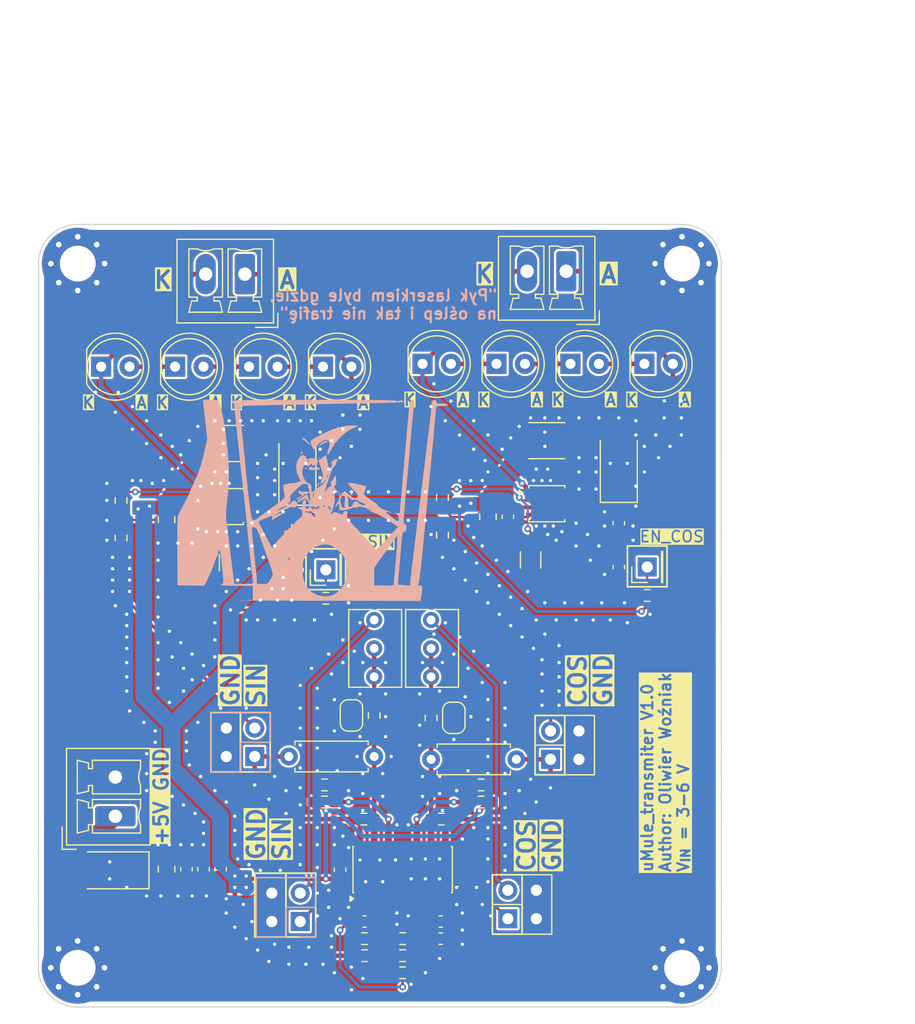
<source format=kicad_pcb>
(kicad_pcb (version 20241229) (generator "pcbnew") (generator_version "9.0")
  (layers (0 "F.Cu" signal) (2 "B.Cu" signal) (13 "F.Paste" user) (15 "B.Paste" user) (5 "F.SilkS" user "F.Silkscreen") (7 "B.SilkS" user "B.Silkscreen") (1 "F.Mask" user) (3 "B.Mask" user) (25 "Edge.Cuts" user))
  (net 0 "")
  (net 1 "GND")
  (net 2 "Net-(D1-K)")
  (net 3 "VCC")
  (net 4 "Net-(D6-K)")
  (net 5 "Net-(U3A--)")
  (net 6 "Net-(J5-Pin_1)")
  (net 7 "Net-(U3B-+)")
  (net 8 "Net-(U3B--)")
  (net 9 "Net-(J7-Pin_1)")
  (net 10 "Net-(D1-A)")
  (net 11 "Net-(D2-K)")
  (net 12 "Net-(D3-K)")
  (net 13 "Net-(D4-K)")
  (net 14 "Net-(D5-K)")
  (net 15 "Net-(D6-A)")
  (net 16 "Net-(D7-K)")
  (net 17 "Net-(D8-K)")
  (net 18 "Net-(D10-A)")
  (net 19 "Net-(D10-K)")
  (net 20 "Net-(J5-Pin_2)")
  (net 21 "/Led_controller/SINE_IN")
  (net 22 "Net-(J6-Pin_1)")
  (net 23 "Net-(J7-Pin_2)")
  (net 24 "/Led_controller1/SINE_IN")
  (net 25 "Net-(J8-Pin_1)")
  (net 26 "Net-(JP1-A)")
  (net 27 "Net-(JP1-B)")
  (net 28 "Net-(JP2-B)")
  (net 29 "Net-(JP2-A)")
  (net 30 "Net-(U1-FB)")
  (net 31 "Net-(U1-RS)")
  (net 32 "Net-(U2-FB)")
  (net 33 "Net-(U2-RS)")
  (net 34 "Net-(U3C-+)")
  (net 35 "Net-(U3A-+)")
  (net 36 "Net-(U3D-+)")
  (net 37 "/Led_controller/CTRL")
  (net 38 "/Led_controller1/CTRL")
  (net 39 "Net-(D11-A)")
  (footprint "Capacitor_SMD:C_0603_1608Metric_Pad1.08x0.95mm_HandSolder" (layer "F.Cu") (at 150.114 98.044 -90)
    (property "Reference" "C5" (hide yes))
    (property "Value" "100n")
  )
  (footprint "Resistor_SMD:R_0603_1608Metric_Pad0.98x0.95mm_HandSolder" (layer "F.Cu") (at 166.5205 121.158 180)
    (property "Reference" "R14" (hide yes))
    (property "Value" "10k")
  )
  (footprint "Resistor_SMD:R_0603_1608Metric_Pad0.98x0.95mm_HandSolder" (layer "F.Cu") (at 152.5505 121.158)
    (property "Reference" "R23" (hide yes))
    (property "Value" "10k")
  )
  (footprint "Resistor_SMD:R_0603_1608Metric_Pad0.98x0.95mm_HandSolder" (layer "F.Cu") (at 166.5205 122.682 180)
    (property "Reference" "R12" (hide yes))
    (property "Value" "10k")
  )
  (footprint "Connector_Phoenix_MC:PhoenixContact_MCV_1,5_2-G-3.5_1x02_P3.50mm_Vertical" (layer "F.Cu") (at 133.858 123.952 90)
    (property "Reference" "J9" (hide yes))
    (property "Value" "Screw_Terminal_01x02")
  )
  (footprint "Resistor_SMD:R_0603_1608Metric_Pad0.98x0.95mm_HandSolder" (layer "F.Cu") (at 162.052 115.1655 -90)
    (property "Reference" "R11" (hide yes))
    (property "Value" "10k")
  )
  (footprint "Resistor_SMD:R_0603_1608Metric_Pad0.98x0.95mm_HandSolder" (layer "F.Cu") (at 156.972 114.9585 -90)
    (property "Reference" "R21" (hide yes))
    (property "Value" "10k")
  )
  (footprint "Resistor_SMD:R_1206_3216Metric_Pad1.30x1.75mm_HandSolder" (layer "F.Cu") (at 170.942 101.066 -90)
    (property "Reference" "R4" (hide yes))
    (property "Value" "20")
  )
  (footprint "MountingHole:MountingHole_3.2mm_M3_Pad_Via" (layer "F.Cu") (at 130.5 74.62)
    (property "Reference" "H1" (hide yes))
    (property "Value" "MountingHole_Pad")
  )
  (footprint "Resistor_SMD:R_0603_1608Metric_Pad0.98x0.95mm_HandSolder" (layer "F.Cu") (at 163.068 98.853 -90)
    (property "Reference" "R2" (hide yes))
    (property "Value" "120k")
  )
  (footprint "Potentiometer_THT:Potentiometer_Bourns_3266Y_Vertical" (layer "F.Cu") (at 156.972 106.426 90)
    (property "Reference" "RV2" (hide yes))
    (property "Value" "100k")
  )
  (footprint "Capacitor_SMD:C_0603_1608Metric_Pad1.08x0.95mm_HandSolder" (layer "F.Cu") (at 140.208 97.47 -90)
    (property "Reference" "C7" (hide yes))
    (property "Value" "100n")
  )
  (footprint "Connector_PinHeader_2.54mm:PinHeader_2x02_P2.54mm_Vertical" (layer "F.Cu") (at 168.91 133.096 90)
    (property "Reference" "J7" (hide yes))
    (property "Value" "Test_Point_Cos_I")
  )
  (footprint "Package_SO:SOIC-14_3.9x8.7mm_P1.27mm" (layer "F.Cu") (at 159.512 128.713 90)
    (property "Reference" "U3" (hide yes))
    (property "Value" "LM324")
  )
  (footprint "LED_THT:LED_D5.0mm" (layer "F.Cu") (at 132.588 83.82)
    (property "Reference" "D10" (hide yes))
    (property "Value" "LED")
  )
  (footprint "Resistor_SMD:R_0603_1608Metric_Pad0.98x0.95mm_HandSolder" (layer "F.Cu") (at 156.1095 134.874)
    (property "Reference" "R19" (hide yes))
    (property "Value" "10k")
  )
  (footprint "Capacitor_SMD:C_0603_1608Metric_Pad1.08x0.95mm_HandSolder" (layer "F.Cu") (at 140.208 128.6775 90)
    (property "Reference" "C14" (hide yes))
    (property "Value" "100n")
  )
  (footprint "Resistor_SMD:R_0603_1608Metric_Pad0.98x0.95mm_HandSolder" (layer "F.Cu") (at 162.9645 124.206)
    (property "Reference" "R10" (hide yes))
    (property "Value" "100k")
  )
  (footprint "Resistor_SMD:R_0603_1608Metric_Pad0.98x0.95mm_HandSolder" (layer "F.Cu") (at 159.512 137.922 180)
    (property "Reference" "R13" (hide yes))
    (property "Value" "510")
  )
  (footprint "Potentiometer_THT:Potentiometer_Bourns_3266Y_Vertical" (layer "F.Cu") (at 162.052 106.426 90)
    (property "Reference" "RV1" (hide yes))
    (property "Value" "100k")
  )
  (footprint "Resistor_SMD:R_0603_1608Metric_Pad0.98x0.95mm_HandSolder" (layer "F.Cu") (at 181.356 104.2405 180)
    (property "Reference" "R1" (hide yes))
    (property "Value" "10k")
  )
  (footprint "Capacitor_SMD:C_0603_1608Metric_Pad1.08x0.95mm_HandSolder" (layer "F.Cu") (at 178.816 97.79 -90)
    (property "Reference" "C1" (hide yes))
    (property "Value" "100n")
  )
  (footprint "Capacitor_SMD:C_0603_1608Metric_Pad1.08x0.95mm_HandSolder" (layer "F.Cu") (at 156.1095 133.35 180)
    (property "Reference" "C9" (hide yes))
    (property "Value" "8n2")
  )
  (footprint "Diode_SMD:D_SMA" (layer "F.Cu") (at 178.816 92.424 90)
    (property "Reference" "D1" (hide yes))
    (property "Value" "SS34")
  )
  (footprint "Connector_PinHeader_2.54mm:PinHeader_1x01_P2.54mm_Vertical" (layer "F.Cu") (at 152.654 101.9545 90)
    (property "Reference" "J4" (hide yes))
    (property "Value" "Conn_01x01_Socket")
  )
  (footprint "Resistor_THT:R_Axial_DIN0207_L6.3mm_D2.5mm_P7.62mm_Horizontal" (layer "F.Cu") (at 156.972 118.618 180)
    (property "Reference" "R16" (hide yes))
    (property "Value" "10k")
  )
  (footprint "Capacitor_SMD:C_0603_1608Metric_Pad1.08x0.95mm_HandSolder" (layer "F.Cu") (at 143.256 128.6775 90)
    (property "Reference" "C16" (hide yes))
    (property "Value" "100n")
  )
  (footprint "MountingHole:MountingHole_3.2mm_M3_Pad_Via" (layer "F.Cu") (at 184.469126 137.479126)
    (property "Reference" "H3" (hide yes))
    (property "Value" "MountingHole_Pad")
  )
  (footprint "LED_THT:LED_D5.0mm" (layer "F.Cu") (at 152.4 83.82)
    (property "Reference" "D7" (hide yes))
    (property "Value" "LED")
  )
  (footprint "Resistor_SMD:R_0603_1608Metric_Pad0.98x0.95mm_HandSolder" (layer "F.Cu") (at 159.512 134.874)
    (property "Reference" "R20" (hide yes))
    (property "Value" "510")
  )
  (footprint "Resistor_SMD:R_0603_1608Metric_Pad0.98x0.95mm_HandSolder" (layer "F.Cu") (at 159.512 136.398)
    (property "Reference" "R15" (hide yes))
    (property "Value" "510")
  )
  (footprint "Resistor_SMD:R_0603_1608Metric_Pad0.98x0.95mm_HandSolder" (layer "F.Cu") (at 134.366 99.107 -90)
    (property "Reference" "R6" (hide yes))
    (property "Value" "120k")
  )
  (footprint "LED_THT:LED_D5.0mm" (layer "F.Cu") (at 145.796 83.82)
    (property "Reference" "D8" (hide yes))
    (property "Value" "LED")
  )
  (footprint "Resistor_SMD:R_0603_1608Metric_Pad0.98x0.95mm_HandSolder" (layer "F.Cu") (at 152.5505 122.682)
    (property "Reference" "R22" (hide yes))
    (property "Value" "10k")
  )
  (footprint "Resistor_SMD:R_0603_1608Metric_Pad0.98x0.95mm_HandSolder" (layer "F.Cu") (at 156.0595 124.206 180)
    (property "Reference" "R18" (hide yes))
    (property "Value" "100k")
  )
  (footprint "Connector_Phoenix_MC:PhoenixContact_MCV_1,5_2-G-3.5_1x02_P3.50mm_Vertical" (layer "F.Cu") (at 145.4225 75.5575 180)
    (property "Reference" "J3" (hide yes))
    (property "Value" "Screw_Terminal_01x02")
  )
  (footprint "Capacitor_SMD:C_0603_1608Metric_Pad1.08x0.95mm_HandSolder" (layer "F.Cu") (at 141.732 128.6775 90)
    (property "Reference" "C15" (hide yes))
    (property "Value" "100n")
  )
  (footprint "Package_SON:VSON-8-1EP_3x3mm_P0.65mm_EP1.65x2.4mm" (layer "F.Cu") (at 143.69 96.307)
    (property "Reference" "U2" (hide yes))
    (property "Value" "TPS61042")
  )
  (footprint "Inductor_SMD:L_APV_ANR3015" (layer "F.Cu") (at 172.392 90.424)
    (property "Reference" "L1" (hide yes))
    (property "Value" "4u7")
  )
  (footprint "Diode_SMD:D_SMA" (layer "F.Cu") (at 133.35 128.778 180)
    (property "Reference" "D11" (hide yes))
    (property "Value" "SS34")
  )
  (footprint "Capacitor_SMD:C_0603_1608Metric_Pad1.08x0.95mm_HandSolder" (layer "F.Cu") (at 178.816 101.7005 90)
    (property "Reference" "C4" (hide yes))
    (property "Value" "100n")
  )
  (footprint "LED_THT:LED_D5.0mm" (layer "F.Cu") (at 139.192 83.82)
    (property "Reference" "D9" (hide yes))
    (property "Value" "LED")
  )
  (footprint "Inductor_SMD:L_APV_ANR3015" (layer "F.Cu") (at 143.69 90.678)
    (property "Reference" "L2" (hide yes))
    (property "Value" "4u7")
  )
  (footprint "Connector_PinHeader_2.54mm:PinHeader_2x02_P2.54mm_Vertical" (layer "F.Cu") (at 172.72 118.872 90)
    (property "Reference" "J6" (hide yes))
    (property "Value" "Test_Point_Sin_O")
  )
  (footprint "Capacitor_SMD:C_0805_2012Metric" (layer "F.Cu") (at 167.132 97.216 -90)
    (property "Reference" "C2" (hide yes))
    (property "Value" "4u7")
  )
  (footprint "LED_THT:LED_D5.0mm" (layer "F.Cu") (at 167.894 83.566)
    (property "Reference" "D4" (hide yes))
    (property "Value" "LED")
  )
  (footprint "Resistor_SMD:R_0603_1608Metric_Pad0.98x0.95mm_HandSolder" (layer "F.Cu") (at 163.068 95.504 -90)
    (property "Reference" "R3" (hide yes))
    (property "Value" "10k")
  )
  (footprint "Resistor_SMD:R_0603_1608Metric_Pad0.98x0.95mm_HandSolder" (layer "F.Cu") (at 156.1095 136.398)
    (property "Reference" "R17" (hide yes))
    (property "Value" "10k")
  )
  (footprint "LED_THT:LED_D5.0mm" (layer "F.Cu") (at 181.102 83.566)
    (property "Reference" "D2" (hide yes))
    (property "Value" "LED")
  )
  (footprint "Capacitor_SMD:C_0603_1608Metric_Pad1.08x0.95mm_HandSolder" (layer "F.Cu") (at 153.924 128.713 90)
    (property "Reference" "C12" (hide yes))
    (property "Value" "100n")
  )
  (footprint "Capacitor_SMD:C_0603_1608Metric_Pad1.08x0.95mm_HandSolder" (layer "F.Cu") (at 162.9145 134.874)
    (property "Reference" "C10" (hide yes))
    (property "Value" "8n2")
  )
  (footprint "Capacitor_SMD:C_0805_2012Metric" (layer "F.Cu") (at 138.43 97.47 -90)
    (property "Reference" "C6" (hide yes))
    (property "Value" "4u7")
  )
  (footprint "Jumper:SolderJumper-2_P1.3mm_Open_RoundedPad1.0x1.5mm" (layer "F.Cu") (at 154.94 114.95 -90)
    (property "Reference" "JP2" (hide yes))
    (property "Value" "SolderJumper_2_Open")
  )
  (footprint "LED_THT:LED_D5.0mm" (layer "F.Cu") (at 174.498 83.566)
    (property "Reference" "D3" (hide yes))
    (property "Value" "LED")
  )
  (footprint "Connector_PinHeader_2.54mm:PinHeader_1x01_P2.54mm_Vertical" (layer "F.Cu") (at 181.356 101.7005 90)
    (property "Reference" "J2" (hide yes))
    (property "Value" "Conn_01x01_Socket")
  )
  (footprint "Capacitor_SMD:C_0603_1608Metric_Pad1.08x0.95mm_HandSolder" (layer "F.Cu") (at 168.91 97.216 -90)
    (property "Reference" "C3" (hide yes))
    (property "Value" "100n")
  )
  (footprint "Resistor_SMD:R_1206_3216Metric_Pad1.30x1.75mm_HandSolder" (layer "F.Cu") (at 142.24 101.32 -90)
    (property "Reference" "R8" (hide yes))
    (property "Value" "20")
  )
  (footprint "Capacitor_SMD:C_0603_1608Metric_Pad1.08x0.95mm_HandSolder" (layer "F.Cu") (at 162.9145 133.35)
    (property "Reference" "C11" (hide yes))
    (property "Value" "8n2")
  )
  (footprint "Capacitor_SMD:C_0603_1608Metric_Pad1.08x0.95mm_HandSolder" (layer "F.Cu") (at 150.114 101.9545 90)
    (property "Reference" "C8" (hide yes))
    (property "Value" "100n")
  )
  (footprint "Resistor_SMD:R_0603_1608Metric_Pad0.98x0.95mm_HandSolder" (layer "F.Cu") (at 152.654 104.4945 180)
    (property "Reference" "R5" (hide yes))
    (property "Value" "10k")
  )
  (footprint "Resistor_SMD:R_0603_1608Metric_Pad0.98x0.95mm_HandSolder" (layer "F.Cu") (at 134.366 95.758 -90)
    (property "Reference" "R7" (hide yes))
    (property "Value" "10k")
  )
  (footprint "Diode_SMD:D_SMA" (layer "F.Cu") (at 150.114 92.678 90)
    (property "Reference" "D6" (hide yes))
    (property "Value" "SS34")
  )
  (footprint "Resistor_THT:R_Axial_DIN0207_L6.3mm_D2.5mm_P7.62mm_Horizontal" (layer "F.Cu") (at 162.052 118.872)
    (property "Reference" "R9" (hide yes))
    (property "Value" "10k")
  )
  (footprint "Jumper:SolderJumper-2_P1.3mm_Open_RoundedPad1.0x1.5mm" (layer "F.Cu") (at 164.084 115.1655 -90)
    (property "Reference" "JP1" (hide yes))
    (property "Value" "SolderJumper_2_Open")
  )
  (footprint "MountingHole:MountingHole_3.2mm_M3_Pad_Via" (layer "F.Cu") (at 184.46 74.62)
    (property "Reference" "H2" (hide yes))
    (property "Value" "MountingHole_Pad")
  )
  (footprint "Capacitor_SMD:C_0805_2012Metric" (layer "F.Cu") (at 138.43 128.6775 90)
    (property "Reference" "C13" (hide yes))
    (property "Value" "4u7")
  )
  (footprint "MountingHole:MountingHole_3.2mm_M3_Pad_Via" (layer "F.Cu") (at 130.490874 137.479126)
    (property "Reference" "H4" (hide yes))
    (property "Value" "MountingHole_Pad")
  )
  (footprint "Connector_Phoenix_MC:PhoenixContact_MCV_1,5_2-G-3.5_1x02_P3.50mm_Vertical" (layer "F.Cu") (at 174.1245 75.3035 180)
    (property "Reference" "J1" (hide yes))
    (property "Value" "Screw_Terminal_01x02")
  )
  (footprint "Package_SON:VSON-8-1EP_3x3mm_P0.65mm_EP1.65x2.4mm" (layer "F.Cu") (at 172.392 96.053)
    (property "Reference" "U1" (hide yes))
    (property "Value" "TPS61042")
  )
  (footprint "LED_THT:LED_D5.0mm" (layer "F.Cu") (at 161.29 83.566)
    (property "Reference" "D5" (hide yes))
    (property "Value" "LED")
  )
  (footprint "My_footprints:Jeb_z_laserka" (layer "B.Cu") (at 152.908 95.758 180)
    (property "Reference" "G***" (hide yes))
    (property "Value" "LOGO" (hide yes))
  )
  (footprint "Connector_PinHeader_2.54mm:PinHeader_2x02_P2.54mm_Vertical" (layer "B.Cu") (at 150.368 133.35 90)
    (property "Reference" "J5" (hide yes))
    (property "Value" "Test_Point_Sin_I")
  )
  (footprint "Connector_PinHeader_2.54mm:PinHeader_2x02_P2.54mm_Vertical" (layer "B.Cu") (at 146.304 118.618 90)
    (property "Reference" "J8" (hide yes))
    (property "Value" "Test_Point_Cos_O")
  )
  (gr_rect (start 145.034 114.698) (end 147.684 119.998) (stroke (width 0.15)) (fill no) (layer "F.SilkS"))
  (gr_rect (start 149.093 129.03) (end 151.748 134.73) (stroke (width 0.15)) (fill no) (layer "F.SilkS"))
  (gr_rect (start 142.384 114.698) (end 145.034 119.998) (stroke (width 0.15)) (fill no) (layer "F.SilkS"))
  (gr_rect (start 171.34 114.952) (end 173.99 120.252) (stroke (width 0.15)) (fill no) (layer "F.SilkS"))
  (gr_rect (start 167.53 129.176) (end 170.18 134.476) (stroke (width 0.15)) (fill no) (layer "F.SilkS"))
  (gr_rect (start 150.884 100.076) (end 154.424 103.7245) (stroke (width 0.15)) (fill no) (layer "F.SilkS"))
  (gr_rect (start 179.586 99.822) (end 183.126 103.4705) (stroke (width 0.15)) (fill no) (layer "F.SilkS"))
  (gr_rect (start 146.304 129.03) (end 149.093 134.73) (stroke (width 0.15)) (fill no) (layer "F.SilkS"))
  (gr_line (start 126.990874 137.479126) (end 127 74.62) (stroke (width 0.1)) (layer "Edge.Cuts"))
  (gr_line (start 184.469126 140.979126) (end 130.490874 140.979126) (stroke (width 0.1)) (layer "Edge.Cuts"))
  (gr_arc (start 127 74.62) (mid 128.025126 72.145126) (end 130.5 71.12) (stroke (width 0.1)) (layer "Edge.Cuts"))
  (gr_arc (start 184.46 71.12) (mid 186.934874 72.145126) (end 187.96 74.62) (stroke (width 0.1)) (layer "Edge.Cuts"))
  (gr_arc (start 187.969126 137.479126) (mid 186.944 139.954) (end 184.469126 140.979126) (stroke (width 0.1)) (layer "Edge.Cuts"))
  (gr_arc (start 130.490874 140.979126) (mid 128.016 139.954) (end 126.990874 137.479126) (stroke (width 0.1)) (layer "Edge.Cuts"))
  (gr_line (start 130.5 71.12) (end 184.46 71.12) (stroke (width 0.1)) (layer "Edge.Cuts"))
  (gr_line (start 187.96 74.62) (end 187.969126 137.4791) (stroke (width 0.1)) (layer "Edge.Cuts"))
  (gr_text "A" (at 155.448 87.63 0) (layer "F.SilkS" knockout) (effects (font (size 1 1) (thickness 0.2) (bold yes)) (justify left bottom)))
  (gr_text "A" (at 148.844 87.63 0) (layer "F.SilkS" knockout) (effects (font (size 1 1) (thickness 0.2) (bold yes)) (justify left bottom)))
  (gr_text "GND" (at 147.32 128.016 90) (layer "F.SilkS" knockout) (effects (font (size 1.5 1.5) (thickness 0.3) (bold yes)) (justify left bottom)))
  (gr_text "A" (at 170.942 87.376 0) (layer "F.SilkS" knockout) (effects (font (size 1 1) (thickness 0.2) (bold yes)) (justify left bottom)))
  (gr_text "+5V GND" (at 138.684 122.174 90) (layer "F.SilkS" knockout) (effects (font (size 1.25 1.25) (thickness 0.25) (bold yes)) (justify bottom)))
  (gr_text "A" (at 164.338 87.376 0) (layer "F.SilkS" knockout) (effects (font (size 1 1) (thickness 0.2) (bold yes)) (justify left bottom)))
  (gr_text "EN_SIN" (at 153.553225 100.03549 0) (layer "F.SilkS" knockout) (effects (font (size 1 1)) (justify left bottom)))
  (gr_text "COS" (at 171.45 129.032 90) (layer "F.SilkS" knockout) (effects (font (size 1.5 1.5) (thickness 0.3) (bold yes)) (justify left bottom)))
  (gr_text "K" (at 137.414 87.63 0) (layer "F.SilkS" knockout) (effects (font (size 1 1) (thickness 0.2) (bold yes)) (justify left bottom)))
  (gr_text "A" (at 135.636 87.63 0) (layer "F.SilkS" knockout) (effects (font (size 1 1) (thickness 0.2) (bold yes)) (justify left bottom)))
  (gr_text "SIN" (at 147.315 114.298 90) (layer "F.SilkS" knockout) (effects (font (size 1.5 1.5) (thickness 0.3) (bold yes)) (justify left bottom)))
  (gr_text "COS" (at 176.022 114.3 90) (layer "F.SilkS" knockout) (effects (font (size 1.5 1.5) (thickness 0.3) (bold yes)) (justify left bottom)))
  (gr_text "A" (at 142.24 87.63 0) (layer "F.SilkS" knockout) (effects (font (size 1 1) (thickness 0.2) (bold yes)) (justify left bottom)))
  (gr_text "uMule_transmiter V1.0\nAuthor: Oliwier Woźniak\nV_{IN} = 3-6 V" (at 185.166 129.032 90) (layer "F.SilkS" knockout) (effects (font (size 1 1) (thickness 0.2) (bold yes)) (justify left bottom)))
  (gr_text "K" (at 144.018 87.63 0) (layer "F.SilkS" knockout) (effects (font (size 1 1) (thickness 0.2) (bold yes)) (justify left bottom)))
  (gr_text "K" (at 137.16 76.962 0) (layer "F.SilkS" knockout) (effects (font (size 1.5 1.5) (thickness 0.3) (bold yes)) (justify left bottom)))
  (gr_text "K" (at 172.72 87.376 0) (layer "F.SilkS" knockout) (effects (font (size 1 1) (thickness 0.2) (bold yes)) (justify left bottom)))
  (gr_text "A" (at 148.3725 76.962 0) (layer "F.SilkS" knockout) (effects (font (size 1.5 1.5) (thickness 0.3) (bold yes)) (justify left bottom)))
  (gr_text "K" (at 165.862 76.454 0) (layer "F.SilkS" knockout) (effects (font (size 1.5 1.5) (thickness 0.3) (bold yes)) (justify left bottom)))
  (gr_text "GND" (at 145.029 114.298 90) (layer "F.SilkS" knockout) (effects (font (size 1.5 1.5) (thickness 0.3) (bold yes)) (justify left bottom)))
  (gr_text "K" (at 130.81 87.63 0) (layer "F.SilkS" knockout) (effects (font (size 1 1) (thickness 0.2) (bold yes)) (justify left bottom)))
  (gr_text "K" (at 150.622 87.63 0) (layer "F.SilkS" knockout) (effects (font (size 1 1) (thickness 0.2) (bold yes)) (justify left bottom)))
  (gr_text "A" (at 177.546 87.376 0) (layer "F.SilkS" knockout) (effects (font (size 1 1) (thickness 0.2) (bold yes)) (justify left bottom)))
  (gr_text "GND" (at 173.738 129.032 90) (layer "F.SilkS" knockout) (effects (font (size 1.5 1.5) (thickness 0.3) (bold yes)) (justify left bottom)))
  (gr_text "EN_COS" (at 180.594 99.568 0) (layer "F.SilkS" knockout) (effects (font (size 1 1)) (justify left bottom)))
  (gr_text "A" (at 177.0745 76.454 0) (layer "F.SilkS" knockout) (effects (font (size 1.5 1.5) (thickness 0.3) (bold yes)) (justify left bottom)))
  (gr_text "K" (at 179.324 87.376 0) (layer "F.SilkS" knockout) (effects (font (size 1 1) (thickness 0.2) (bold yes)) (justify left bottom)))
  (gr_text "K" (at 159.512 87.376 0) (layer "F.SilkS" knockout) (effects (font (size 1 1) (thickness 0.2) (bold yes)) (justify left bottom)))
  (gr_text "GND" (at 178.31 114.3 90) (layer "F.SilkS" knockout) (effects (font (size 1.5 1.5) (thickness 0.3) (bold yes)) (justify left bottom)))
  (gr_text "SIN" (at 149.606 128.016 90) (layer "F.SilkS" knockout) (effects (font (size 1.5 1.5) (thickness 0.3) (bold yes)) (justify left bottom)))
  (gr_text "A" (at 184.15 87.376 0) (layer "F.SilkS" knockout) (effects (font (size 1 1) (thickness 0.2) (bold yes)) (justify left bottom)))
  (gr_text "K" (at 166.116 87.376 0) (layer "F.SilkS" knockout) (effects (font (size 1 1) (thickness 0.2) (bold yes)) (justify left bottom)))
  (gr_text "{dblquote}Pyk laserkiem byle gdzie,\nna oślep i tak nie trafię{dblquote}" (at 168.0645 79.6635 0) (layer "B.SilkS") (effects (font (size 1 1) (thickness 0.2) (bold yes)) (justify left bottom mirror)))
  (segment (start 148.1825 98.9065) (end 145.908 96.632) (width 0.2) (layer "F.Cu") (net 1))
  (segment (start 155.702 127.8505) (end 157.48 127.8505) (width 0.4) (layer "F.Cu") (net 1))
  (segment (start 159.512 127.212999) (end 159.512 126.238) (width 0.4) (layer "F.Cu") (net 1))
  (segment (start 157.48 127.8505) (end 158.874499 127.8505) (width 0.4) (layer "F.Cu") (net 1))
  (segment (start 176.8845 98.6525) (end 174.61 96.378) (width 0.2) (layer "F.Cu") (net 1))
  (segment (start 174.61 96.378) (end 173.842 96.378) (width 0.2) (layer "F.Cu") (net 1))
  (segment (start 178.816 98.6525) (end 176.8845 98.6525) (width 0.2) (layer "F.Cu") (net 1))
  (segment (start 153.924 127.8505) (end 155.702 127.8505) (width 0.4) (layer "F.Cu") (net 1))
  (segment (start 158.874499 127.8505) (end 159.512 127.212999) (width 0.4) (layer "F.Cu") (net 1))
  (segment (start 150.114 98.9065) (end 148.1825 98.9065) (width 0.2) (layer "F.Cu") (net 1))
  (segment (start 145.908 96.632) (end 145.14 96.632) (width 0.2) (layer "F.Cu") (net 1))
  (via (at 155.702 106.68) (size 0.6) (drill 0.3) (layers "F.Cu" "B.Cu") (net 1))
  (via (at 143.764 98.552) (size 0.6) (drill 0.3) (layers "F.Cu" "B.Cu") (net 1))
  (via (at 166.878 92.202) (size 0.6) (drill 0.3) (layers "F.Cu" "B.Cu") (net 1))
  (via (at 133.096 95.758) (size 0.6) (drill 0.3) (layers "F.Cu" "B.Cu") (net 1))
  (via (at 167.132 124.968) (size 0.6) (drill 0.3) (layers "F.Cu" "B.Cu") (net 1))
  (via (at 151.892 124.968) (size 0.6) (drill 0.3) (layers "F.Cu" "B.Cu") (net 1))
  (via (at 132.08 86.106) (size 0.6) (drill 0.3) (layers "F.Cu" "B.Cu") (net 1))
  (via (at 138.176 93.98) (size 0.6) (drill 0.3) (layers "F.Cu" "B.Cu") (net 1))
  (via (at 152.908 109.474) (size 0.6) (drill 0.3) (layers "F.Cu" "B.Cu") (net 1))
  (via (at 168.656 120.142) (size 0.6) (drill 0.3) (layers "F.Cu" "B.Cu") (net 1))
  (via (at 148.844 103.632) (size 0.6) (drill 0.3) (layers "F.Cu" "B.Cu") (net 1))
  (via (at 138.938 109.728) (size 0.6) (drill 0.3) (layers "F.Cu" "B.Cu") (net 1))
  (via (at 153.416 98.298) (size 0.6) (drill 0.3) (layers "F.Cu" "B.Cu") (net 1))
  (via (at 157.988 113.03) (size 0.6) (drill 0.3) (layers "F.Cu" "B.Cu") (net 1))
  (via (at 152.146 95.504) (size 0.6) (drill 0.3) (layers "F.Cu" "B.Cu") (net 1))
  (via (at 172.72 121.412) (size 0.6) (drill 0.3) (layers "F.Cu" "B.Cu") (net 1))
  (via (at 137.668 101.092) (size 0.6) (drill 0.3) (layers "F.Cu" "B.Cu") (net 1))
  (via (at 150.368 117.602) (size 0.6) (drill 0.3) (layers "F.Cu" "B.Cu") (net 1))
  (via (at 136.652 88.646) (size 0.6) (drill 0.3) (layers "F.Cu" "B.Cu") (net 1))
  (via (at 184.404 86.868) (size 0.6) (drill 0.3) (layers "F.Cu" "B.Cu") (net 1))
  (via (at 148.082 93.98) (size 0.6) (drill 0.3) (layers "F.Cu" "B.Cu") (net 1))
  (via (at 169.926 89.154) (size 0.6) (drill 0.3) (layers "F.Cu" "B.Cu") (net 1))
  (via (at 143.002 98.552) (size 0.6) (drill 0.3) (layers "F.Cu" "B.Cu") (net 1))
  (via (at 182.118 89.916) (size 0.6) (drill 0.3) (layers "F.Cu" "B.Cu") (net 1))
  (via (at 142.748 109.728) (size 0.6) (drill 0.3) (layers "F.Cu" "B.Cu") (net 1))
  (via (at 144.018 94.234) (size 0.6) (drill 0.3) (layers "F.Cu" "B.Cu") (net 1))
  (via (at 143.51 89.408) (size 0.6) (drill 0.3) (layers "F.Cu" "B.Cu") (net 1))
  (via (at 133.096 99.314) (size 0.6) (drill 0.3) (layers "F.Cu" "B.Cu") (net 1))
  (via (at 154.94 90.932) (size 0.6) (drill 0.3) (layers "F.Cu" "B.Cu") (net 1))
  (via (at 166.624 93.98) (size 0.6) (drill 0.3) (layers "F.Cu" "B.Cu") (net 1))
  (via (at 151.638 106.426) (size 0.6) (drill 0.3) (layers "F.Cu" "B.Cu") (net 1))
  (via (at 162.814 136.652) (size 0.6) (drill 0.3) (layers "F.Cu" "B.Cu") (net 1))
  (via (at 144.018 88.646) (size 0.6) (drill 0.3) (layers "F.Cu" "B.Cu") (net 1))
  (via (at 147.066 88.646) (size 0.6) (drill 0.3) (layers "F.Cu" "B.Cu") (net 1))
  (via (at 137.922 131.064) (size 0.6) (drill 0.3) (layers "F.Cu" "B.Cu") (net 1))
  (via (at 164.338 121.666) (size 0.6) (drill 0.3) (layers "F.Cu" "B.Cu") (net 1))
  (via (at 180.34 94.488) (size 0.6) (drill 0.3) (layers "F.Cu" "B.Cu") (net 1))
  (via (at 134.874 110.236) (size 0.6) (drill 0.3) (layers "F.Cu" "B.Cu") (net 1))
  (via (at 154.178 89.408) (size 0.6) (drill 0.3) (layers "F.Cu" "B.Cu") (net 1))
  (via (at 167.132 102.362) (size 0.6) (drill 0.3) (layers "F.Cu" "B.Cu") (net 1))
  (via (at 142.748 108.204) (size 0.6) (drill 0.3) (layers "F.Cu" "B.Cu") (net 1))
  (via (at 152.908 92.964) (size 0.6) (drill 0.3) (layers "F.Cu" "B.Cu") (net 1))
  (via (at 179.578 106.68) (size 0.6) (drill 0.3) (layers "F.Cu" "B.Cu") (net 1))
  (via (at 154.686 126.746) (size 0.6) (drill 0.3) (layers "F.Cu" "B.Cu") (net 1))
  (via (at 144.78 99.822) (size 0.6) (drill 0.3) (layers "F.Cu" "B.Cu") (net 1))
  (via (at 168.656 117.348) (size 0.6) (drill 0.3) (layers "F.Cu" "B.Cu") (net 1))
  (via (at 160.02 124.714) (size 0.6) (drill 0.3) (layers "F.Cu" "B.Cu") (net 1))
  (via (at 149.098 123.698) (size 0.6) (drill 0.3) (layers "F.Cu" "B.Cu") (net 1))
  (via (at 166.116 130.302) (size 0.6) (drill 0.3) (layers "F.Cu" "B.Cu") (net 1))
  (via (at 134.874 130.302) (size 0.6) (drill 0.3) (layers "F.Cu" "B.Cu") (net 1))
  (via (at 164.084 101.854) (size 0.6) (drill 0.3) (layers "F.Cu" "B.Cu") (net 1))
  (via (at 136.144 93.98) (size 0.6) (drill 0.3) (layers "F.Cu" "B.Cu") (net 1))
  (via (at 154.94 137.414) (size 0.6) (drill 0.3) (layers "F.Cu" "B.Cu") (net 1))
  (via (at 168.656 123.19) (size 0.6) (drill 0.3) (layers "F.Cu" "B.Cu") (net 1))
  (via (at 167.132 89.916) (size 0.6) (drill 0.3) (layers "F.Cu" "B.Cu") (net 1))
  (via (at 143.256 94.234) (size 0.6) (drill 0.3) (layers "F.Cu" "B.Cu") (net 1))
  (via (at 151.384 100.33) (size 0.6) (drill 0.3) (layers "F.Cu" "B.Cu") (net 1))
  (via (at 151.384 88.646) (size 0.6) (drill 0.3) (layers "F.Cu" "B.Cu") (net 1))
  (via (at 148.082 106.426) (size 0.6) (drill 0.3) (layers "F.Cu" "B.Cu") (net 1))
  (via (at 148.082 120.396) (size 0.6) (drill 0.3) (layers "F.Cu" "B.Cu") (net 1))
  (via (at 135.128 103.886) (size 0.6) (drill 0.3) (layers "F.Cu" "B.Cu") (net 1))
  (via (at 148.082 99.822) (size 0.6) (drill 0.3) (layers "F.Cu" "B.Cu") (net 1))
  (via (at 161.29 122.174) (size 0.6) (drill 0.3) (layers "F.Cu" "B.Cu") (net 1))
  (via (at 142.748 93.218) (size 0.6) (drill 0.3) (layers "F.Cu" "B.Cu") (net 1))
  (via (at 171.196 93.98) (size 0.6) (drill 0.3) (layers "F.Cu" "B.Cu") (net 1))
  (via (at 161.544 137.922) (size 0.6) (drill 0.3) (layers "F.Cu" "B.Cu") (net 1))
  (via (at 152.908 130.556) (size 0.6) (drill 0.3) (layers "F.Cu" "B.Cu") (net 1))
  (via (at 144.526 123.952) (size 0.6) (drill 0.3) (layers "F.Cu" "B.Cu") (net 1))
  (via (at 151.384 110.744) (size 0.6) (drill 0.3) (layers "F.Cu" "B.Cu") (net 1))
  (via (at 166.624 131.826) (size 0.6) (drill 0.3) (layers "F.Cu" "B.Cu") (net 1))
  (via (at 136.652 120.142) (size 0.6) (drill 0.3) (layers "F.Cu" "B.Cu") (net 1))
  (via (at 146.558 95.25) (size 0.6) (drill 0.3) (layers "F.Cu" "B.Cu") (net 1))
  (via (at 180.34 88.646) (size 0.6) (drill 0.3) (layers "F.Cu" "B.Cu") (net 1))
  (via (at 171.45 106.426) (size 0.6) (drill 0.3) (layers "F.Cu" "B.Cu") (net 1))
  (via (at 135.382 93.98) (size 0.6) (drill 0.3) (layers "F.Cu" "B.Cu") (net 1))
  (via (at 161.036 117.602) (size 0.6) (drill 0.3) (layers "F.Cu" "B.Cu") (net 1))
  (via (at 137.668 108.458) (size 0.6) (drill 0.3) (layers "F.Cu" "B.Cu") (net 1))
  (via (at 135.128 101.854) (size 0.6) (drill 0.3) (layers "F.Cu" "B.Cu") (net 1))
  (via (at 165.862 99.06) (size 0.6) (drill 0.3) (layers "F.Cu" "B.Cu") (net 1))
  (via (at 133.604 100.838) (size 0.6) (drill 0.3) (layers "F.Cu" "B.Cu") (net 1))
  (via (at 176.022 98.806) (size 0.6) (drill 0.3) (layers "F.Cu" "B.Cu") (net 1))
  (via (at 167.132 93.218) (size 0.6) (drill 0.3) (layers "F.Cu" "B.Cu") (net 1))
  (via (at 133.604 103.886) (size 0.6) (drill 0.3) (layers "F.Cu" "B.Cu") (net 1))
  (via (at 153.416 126.492) (size 0.6) (drill 0.3) (layers "F.Cu" "B.Cu") (net 1))
  (via (at 170.688 103.886) (size 0.6) (drill 0.3) (layers "F.Cu" "B.Cu") (net 1))
  (via (at 160.02 97.536) (size 0.6) (drill 0.3) (layers "F.Cu" "B.Cu") (net 1))
  (via (at 155.956 121.92) (size 0.6) (drill 0.3) (layers "F.Cu" "B.Cu") (net 1))
  (via (at 138.684 107.442) (size 0.6) (drill 0.3) (layers "F.Cu" "B.Cu") (net 1))
  (via (at 168.656 128.778) (size 0.6) (drill 0.3) (layers "F.Cu" "B.Cu") (net 1))
  (via (at 137.668 126.492) (size 0.6) (drill 0.3) (layers "F.Cu" "B.Cu") (net 1))
  (via (at 136.652 90.678) (size 0.6) (drill 0.3) (layers "F.Cu" "B.Cu") (net 1))
  (via (at 153.416 116.332) (size 0.6) (drill 0.3) (layers "F.Cu" "B.Cu") (net 1))
  (via (at 153.924 133.096) (size 0.6) (drill 0.3) (layers "F.Cu" "B.Cu") (net 1))
  (via (at 177.292 104.902) (size 0.6) (drill 0.3) (layers "F.Cu" "B.Cu") (net 1))
  (via (at 173.228 106.426) (size 0.6) (drill 0.3) (layers "F.Cu" "B.Cu") (net 1))
  (via (at 173.482 88.392) (size 0.6) (drill 0.3) (layers "F.Cu" "B.Cu") (net 1))
  (via (at 150.368 121.412) (size 0.6) (drill 0.3) (layers "F.Cu" "B.Cu") (net 1))
  (via (at 147.828 103.632) (size 0.6) (drill 0.3) (layers "F.Cu" "B.Cu") (net 1))
  (via (at 145.542 134.874) (size 0.6) (drill 0.3) (layers "F.Cu" "B.Cu") (net 1))
  (via (at 167.132 113.538) (size 0.6) (drill 0.3) (layers "F.Cu" "B.Cu") (net 1))
  (via (at 164.338 130.302) (size 0.6) (drill 0.3) (layers "F.Cu" "B.Cu") (net 1))
  (via (at 139.7 91.694) (size 0.6) (drill 0.3) (layers "F.Cu" "B.Cu") (net 1))
  (via (at 149.352 135.636) (size 0.6) (drill 0.3) (layers "F.Cu" "B.Cu") (net 1))
  (via (at 146.558 92.456) (size 0.6) (drill 0.3) (layers "F.Cu" "B.Cu") (net 1))
  (via (at 152.4 99.314) (size 0.6) (drill 0.3) (layers "F.Cu" "B.Cu") (net 1))
  (via (at 133.096 94.234) (size 0.6) (drill 0.3) (layers "F.Cu" "B.Cu") (net 1))
  (via (at 140.716 111.76) (size 0.6) (drill 0.3) (layers "F.Cu" "B.Cu") (net 1))
  (via (at 136.398 115.57) (size 0.6) (drill 0.3) (layers "F.Cu" "B.Cu") (net 1))
  (via (at 143.51 91.694) (size 0.6) (drill 0.3) (layers "F.Cu" "B.Cu") (net 1))
  (via (at 143.764 131.318) (size 0.6) (drill 0.3) (layers "F.Cu" "B.Cu") (net 1))
  (via (at 155.956 120.142) (size 0.6) (drill 0.3) (layers "F.Cu" "B.Cu") (net 1))
  (via (at 160.274 127.762) (size 0.6) (drill 0.3) (layers "F.Cu" "B.Cu") (net 1))
  (via (at 144.526 126.492) (size 0.6) (drill 0.3) (layers "F.Cu" "B.Cu") (net 1))
  (via (at 154.178 125.73) (size 0.6) (drill 0.3) (layers "F.Cu" "B.Cu") (net 1))
  (via (at 134.874 111.506) (size 0.6) (drill 0.3) (layers "F.Cu" "B.Cu") (net 1))
  (via (at 175.006 99.822) (size 0.6) (drill 0.3) (layers "F.Cu" "B.Cu") (net 1))
  (via (at 144.526 133.858) (size 0.6) (drill 0.3) (layers "F.Cu" "B.Cu") (net 1))
  (via (at 157.48 127.8505) (size 0.6) (drill 0.3) (layers "F.Cu" "B.Cu") (net 1))
  (via (at 181.102 93.218) (size 0.6) (drill 0.3) (layers "F.Cu" "B.Cu") (net 1))
  (via (at 168.148 105.918) (size 0.6) (drill 0.3) (layers "F.Cu" "B.Cu") (net 1))
  (via (at 147.574 122.428) (size 0.6) (drill 0.3) (layers "F.Cu" "B.Cu") (net 1))
  (via (at 148.336 88.646) (size 0.6) (drill 0.3) (layers "F.Cu" "B.Cu") (net 1))
  (via (at 151.892 112.522) (size 0.6) (drill 0.3) (layers "F.Cu" "B.Cu") (net 1))
  (via (at 157.988 116.84) (size 0.6) (drill 0.3) (layers "F.Cu" "B.Cu") (net 1))
  (via (at 158.496 118.618) (size 0.6) (drill 0.3) (layers "F.Cu" "B.Cu") (net 1))
  (via (at 134.874 106.934) (size 0.6) (drill 0.3) (layers "F.Cu" "B.Cu") (net 1))
  (via (at 171.45 92.964) (size 0.6) (drill 0.3) (layers "F.Cu" "B.Cu") (net 1))
  (via (at 151.892 126.492) (size 0.6) (drill 0.3) (layers "F.Cu" "B.Cu") (net 1))
  (via (at 168.148 103.378) (size 0.6) (drill 0.3) (layers "F.Cu" "B.Cu") (net 1))
  (via (at 167.386 132.842) (size 0.6) (drill 0.3) (layers "F.Cu" "B.Cu") (net 1))
  (via (at 175.26 94.742) (size 0.6) (drill 0.3) (layers "F.Cu" "B.Cu") (net 1))
  (via (at 167.132 127.762) (size 0.6) (drill 0.3) (layers "F.Cu" "B.Cu") (net 1))
  (via (at 133.604 101.854) (size 0.6) (drill 0.3) (layers "F.Cu" "B.Cu") (net 1))
  (via (at 153.162 90.424) (size 0.6) (drill 0.3) (layers "F.Cu" "B.Cu") (net 1))
  (via (at 141.986 131.064) (size 0.6) (drill 0.3) (layers "F.Cu" "B.Cu") (net 1))
  (via (at 163.816975 86.881025) (size 0.6) (drill 0.3) (layers "F.Cu" "B.Cu") (net 1))
  (via (at 147.066 98.806) (size 0.6) (drill 0.3) (layers "F.Cu" "B.Cu") (net 1))
  (via (at 164.592 89.916) (size 0.6) (drill 0.3) (layers "F.Cu" "B.Cu") (net 1))
  (via (at 136.652 131.064) (size 0.6) (drill 0.3) (layers "F.Cu" "B.Cu") (net 1))
  (via (at 167.132 117.094) (size 0.6) (drill 0.3) (layers "F.Cu" "B.Cu") (net 1))
  (via (at 155.956 110.236) (size 0.6) (drill 0.3) (layers "F.Cu" "B.Cu") (net 1))
  (via (at 143.764 122.682) (size 0.6) (drill 0.3) (layers "F.Cu" "B.Cu") (net 1))
  (via (at 175.006 97.79) (size 0.6) (drill 0.3) (layers "F.Cu" "B.Cu") (net 1))
  (via (at 171.958 111.252) (size 0.6) (drill 0.3) (layers "F.Cu" "B.Cu") (net 1))
  (via (at 148.844 102.616) (size 0.6) (drill 0.3) (layers "F.Cu" "B.Cu") (net 1))
  (via (at 176.784 91.948) (size 0.6) (drill 0.3) (layers "F.Cu" "B.Cu") (net 1))
  (via (at 167.894 101.092) (size 0.6) (drill 0.3) (layers "F.Cu" "B.Cu") (net 1))
  (via (at 166.624 99.822) (size 0.6) (drill 0.3) (layers "F.Cu" "B.Cu") (net 1))
  (via (at 151.13 135.636) (size 0.6) (drill 0.3) (layers "F.Cu" "B.Cu") (net 1))
  (via (at 170.942 120.65) (size 0.6) (drill 0.3) (layers "F.Cu" "B.Cu") (net 1))
  (via (at 139.7 126.492) (size 0.6) (drill 0.3) (layers "F.Cu" "B.Cu") (net 1))
  (via (at 134.874 108.966) (size 0.6) (drill 0.3) (layers "F.Cu" "B.Cu") (net 1))
  (via (at 164.846 125.984) (size 0.6) (drill 0.3) (layers "F.Cu" "B.Cu") (net 1))
  (via (at 167.132 115.316) (size 0.6) (drill 0.3) (layers "F.Cu" "B.Cu") (net 1))
  (via (at 176.276 101.092) (size 0.6) (drill 0.3) (layers "F.Cu" "B.Cu") (net 1))
  (via (at 162.306 107.696) (size 0.6) (drill 0.3) (layers "F.Cu" "B.Cu") (net 1))
  (via (at 158.242 97.536) (size 0.6) (drill 0.3) (layers "F.Cu" "B.Cu") (net 1))
  (via (at 173.99 104.902) (size 0.6) (drill 0.3) (layers "F.Cu" "B.Cu") (net 1))
  (via (at 145.796 101.854) (size 0.6) (drill 0.3) (layers "F.Cu" "B.Cu") (net 1))
  (via (at 157.988 110.236) (size 0.6) (drill 0.3) (layers "F.Cu" "B.Cu") (net 1))
  (via (at 171.45 98.044) (size 0.6) (drill 0.3) (layers "F.Cu" "B.Cu") (net 1))
  (via (at 166.624 112.014) (size 0.6) (drill 0.3) (layers "F.Cu" "B.Cu") (net 1))
  (via (at 140.716 126.492) (size 0.6) (drill 0.3) (layers "F.Cu" "B.Cu") (net 1))
  (via (at 161.544 97.536) (size 0.6) (drill 0.3) (layers "F.Cu" "B.Cu") (net 1))
  (via (at 165.862 109.22) (size 0.6) (drill 0.3) (layers "F.Cu" "B.Cu") (net 1))
  (via (at 164.592 93.98) (size 0.6) (drill 0.3) (layers "F.Cu" "B.Cu") (net 1))
  (via (at 148.336 104.648) (size 0.6) (drill 0.3) (layers "F.Cu" "B.Cu") (net 1))
  (via (at 168.656 127.508) (size 0.6) (drill 0.3) (layers "F.Cu" "B.Cu") (net 1))
  (via (at 177.546 98.044) (size 0.6) (drill 0.3) (layers "F.Cu" "B.Cu") (net 1))
  (via (at 155.448 118.618) (size 0.6) (drill 0.3) (layers "F.Cu" "B.Cu") (net 1))
  (via (at 146.558 135.89) (size 0.6) (drill 0.3) (layers "F.Cu" "B.Cu") (net 1))
  (via (at 182.372 91.948) (size 0.6) (drill 0.3) (layers "F.Cu" "B.Cu") (net 1))
  (via (at 167.132 118.618) (size 0.6) (drill 0.3) (layers "F.Cu" "B.Cu") (net 1))
  (via (at 136.652 118.364) (size 0.6) (drill 0.3) (layers "F.Cu" "B.Cu") (net 1))
  (via (at 150.368 88.646) (size 0.6) (drill 0.3) (layers "F.Cu" "B.Cu") (net 1))
  (via (at 155.702 116.84) (size 0.6) (drill 0.3) (layers "F.Cu" "B.Cu") (net 1))
  (via (at 137.922 91.948) (size 0.6) (drill 0.3) (layers "F.Cu" "B.Cu") (net 1))
  (via (at 150.368 128.27) (size 0.6) (drill 0.3) (layers "F.Cu" "B.Cu") (net 1))
  (via (at 172.212 88.392) (size 0.6) (drill 0.3) (layers "F.Cu" "B.Cu") (net 1))
  (via (at 142.748 88.646) (size 0.6) (drill 0.3) (layers "F.Cu" "B.Cu") (net 1))
  (via (at 162.052 98.806) (size 0.6) (drill 0.3) (layers "F.Cu" "B.Cu") (net 1))
  (via (at 167.132 120.142) (size 0.6) (drill 0.3) (layers "F.Cu" "B.Cu") (net 1))
  (via (at 161.036 115.824) (size 0.6) (drill 0.3) (layers "F.Cu" "B.Cu") (net 1))
  (via (at 173.482 111.506) (size 0.6) (drill 0.3) (layers "F.Cu" "B.Cu") (net 1))
  (via (at 142.748 105.156) (size 0.6) (drill 0.3) (layers "F.Cu" "B.Cu") (net 1))
  (via (at 150.368 116.078) (size 0.6) (drill 0.3) (layers "F.Cu" "B.Cu") (net 1))
  (via (at 133.096 97.536) (size 0.6) (drill 0.3) (layers "F.Cu" "B.Cu") (net 1))
  (via (at 173.482 110.236) (size 0.6) (drill 0.3) (layers "F.Cu" "B.Cu") (net 1))
  (via (at 148.082 92.964) (size 0.6) (drill 0.3) (layers "F.Cu" "B.Cu") (net 1))
  (via (at 137.668 106.172) (size 0.6) (drill 0.3) (layers "F.Cu" "B.Cu") (net 1))
  (via (at 153.162 134.62) (size 0.6) (drill 0.3) (layers "F.Cu" "B.Cu") (net 1))
  (via (at 142.494 94.234) (size 0.6) (drill 0.3) (layers "F.Cu" "B.Cu") (net 1))
  (via (at 143.256 114.3) (size 0.6) (drill 0.3) (layers "F.Cu" "B.Cu") (net 1))
  (via (at 147.574 136.906) (size 0.6) (drill 0.3) (layers "F.Cu" "B.Cu") (net 1))
  (via (at 133.35 128.016) (size 0.6) (drill 0.3) (layers "F.Cu" "B.Cu") (net 1))
  (via (at 165.354 119.888) (size 0.6) (drill 0.3) (layers "F.Cu" "B.Cu") (net 1))
  (via (at 153.924 91.948) (size 0.6) (drill 0.3) (layers "F.Cu" "B.Cu") (net 1))
  (via (at 177.038 99.822) (size 0.6) (drill 0.3) (layers "F.Cu" "B.Cu") (net 1))
  (via (at 149.098 121.666) (size 0.6) (drill 0.3) (layers "F.Cu" "B.Cu") (net 1))
  (via (at 141.732 125.476) (size 0.6) (drill 0.3) (layers "F.Cu" "B.Cu") (net 1))
  (via (at 165.1 102.87) (size 0.6) (drill 0.3) (layers "F.Cu" "B.Cu") (net 1))
  (via (at 159.004 133.604) (size 0.6) (drill 0.3) (layers "F.Cu" "B.Cu") (net 1))
  (via (at 149.606 104.648) (size 0.6) (drill 0.3) (layers "F.Cu" "B.Cu") (net 1))
  (via (at 168.91 102.108) (size 0.6) (drill 0.3) (layers "F.Cu" "B.Cu") (net 1))
  (via (at 148.082 95.25) (size 0.6) (drill 0.3) (layers "F.Cu" "B.Cu") (net 1))
  (via (at 146.304 121.158) (size 0.6) (drill 0.3) (layers "F.Cu" "B.Cu") (net 1))
  (via (at 147.32 91.694) (size 0.6) (drill 0.3) (layers "F.Cu" "B.Cu") (net 1))
  (via (at 137.668 112.522) (size 0.6) (drill 0.3) (layers "F.Cu" "B.Cu") (net 1))
  (via (at 173.482 114.046) (size 0.6) (drill 0.3) (layers "F.Cu" "B.Cu") (net 1))
  (via (at 164.846 134.112) (size 0.6) (drill 0.3) (layers "F.Cu" "B.Cu") (net 1))
  (via (at 141.478 120.396) (size 0.6) (drill 0.3) (layers "F.Cu" "B.Cu") (net 1))
  (via (at 181.61 105.918) (size 0.6) (drill 0.3) (layers "F.Cu" "B.Cu") (net 1))
  (via (at 138.684 126.492) (size 0.6) (drill 0.3) (layers "F.Cu" "B.Cu") (net 1))
  (via (at 147.066 100.838) (size 0.6) (drill 0.3) (layers "F.Cu" "B.Cu") (net 1))
  (via (at 161.544 94.996) (size 0.6) (drill 0.3) (layers "F.Cu" "B.Cu") (net 1))
  (via (at 150.368 119.634) (size 0.6) (drill 0.3) (layers "F.Cu" "B.Cu") (net 1))
  (via (at 155.194 109.22) (size 0.6) (drill 0.3) (layers "F.Cu" "B.Cu") (net 1))
  (via (at 144.78 98.552) (size 0.6) (drill 0.3) (layers "F.Cu" "B.Cu") (net 1))
  (via (at 140.208 118.11) (size 0.6) (drill 0.3) (layers "F.Cu" "B.Cu") (net 1))
  (via (at 144.78 102.87) (size 0.6) (drill 0.3) (layers "F.Cu" "B.Cu") (net 1))
  (via (at 153.416 94.996) (size 0.6) (drill 0.3) (layers "F.Cu" "B.Cu") (net 1))
  (via (at 145.542 106.426) (size 0.6) (drill 0.3) (layers "F.Cu" "B.Cu") (net 1))
  (via (at 178.054 106.426) (size 0.6) (drill 0.3) (layers "F.Cu" "B.Cu") (net 1))
  (via (at 167.132 125.984) (size 0.6) (drill 0.3) (layers "F.Cu" "B.Cu") (net 1))
  (via (at 157.734 129.794) (size 0.6) (drill 0.3) (layers "F.Cu" "B.Cu") (net 1))
  (via (at 153.162 105.918) (size 0.6) (drill 0.3) (layers "F.Cu" "B.Cu") (net 1))
  (via (at 146.558 93.726) (size 0.6) (drill 0.3) (layers "F.Cu" "B.Cu") (net 1))
  (via (at 165.608 115.062) (size 0.6) (drill 0.3) (layers "F.Cu" "B.Cu") (net 1))
  (via (at 173.736 98.552) (size 0.6) (drill 0.3) (layers "F.Cu" "B.Cu") (net 1))
  (via (at 156.21 129.794) (size 0.6) (drill 0.3) (layers "F.Cu" "B.Cu") (net 1))
  (via (at 177.546 96.774) (size 0.6) (drill 0.3) (layers "F.Cu" "B.Cu") (net 1))
  (via (at 135.128 102.87) (size 0.6) (drill 0.3) (layers "F.Cu" "B.Cu") (net 1))
  (via (at 172.466 92.964) (size 0.6) (drill 0.3) (layers "F.Cu" "B.Cu") (net 1))
  (via (at 140.716 109.474) (size 0.6) (drill 0.3) (layers "F.Cu" "B.Cu") (net 1))
  (via (at 180.086 98.044) (size 0.6) (drill 0.3) (layers "F.Cu" "B.Cu") (net 1))
  (via (at 133.604 102.87) (size 0.6) (drill 0.3) (layers "F.Cu" "B.Cu") (net 1))
  (via (at 165.354 98.044) (size 0.6) (drill 0.3) (layers "F.Cu" "B.Cu") (net 1))
  (via (at 161.036 113.03) (size 0.6) (drill 0.3) (layers "F.Cu" "B.Cu") (net 1))
  (via (at 144.78 127.762) (size 0.6) (drill 0.3) (layers "F.Cu" "B.Cu") (net 1))
  (via (at 175.26 93.218) (size 0.6) (drill 0.3) (layers "F.Cu" "B.Cu") (net 1))
  (via (at 144.018 112.776) (size 0.6) (drill 0.3) (layers "F.Cu" "B.Cu") (net 1))
  (via (at 163.068 123.444) (size 0.6) (drill 0.3) (layers "F.Cu" "B.Cu") (net 1))
  (via (at 164.846 132.588) (size 0.6) (drill 0.3) (layers "F.Cu" "B.Cu") (net 1))
  (via (at 143.764 93.218) (size 0.6) (drill 0.3) (layers "F.Cu" "B.Cu") (net 1))
  (via (at 155.702 89.408) (size 0.6) (drill 0.3) (layers "F.Cu" "B.Cu") (net 1))
  (via (at 151.892 132.842) (size 0.6) (drill 0.3) (layers "F.Cu" "B.Cu") (net 1))
  (via (at 167.132 104.902) (size 0.6) (drill 0.3) (layers "F.Cu" "B.Cu") (net 1))
  (via (at 154.178 88.138) (size 0.6) (drill 0.3) (layers "F.Cu" "B.Cu") (net 1))
  (via (at 139.446 99.568) (size 0.6) (drill 0.3) (layers "F.Cu" "B.Cu") (net 1))
  (via (at 180.086 99.314) (size 0.6) (drill 0.3) (layers "F.Cu" "B.Cu") (net 1))
  (via (at 165.608 93.98) (size 0.6) (drill 0.3) (layers "F.Cu" "B.Cu") (net 1))
  (via (at 166.116 101.346) (size 0.6) (drill 0.3) (layers "F.Cu" "B.Cu") (net 1))
  (via (at 184.404 88.392) (size 0.6) (drill 0.3) (layers "F.Cu" "B.Cu") (net 1))
  (via (at 172.212 104.902) (size 0.6) (drill 0.3) (layers "F.Cu" "B.Cu") (net 1))
  (via (at 163.322 88.646) (size 0.6) (drill 0.3) (layers "F.Cu" "B.Cu") (net 1))
  (via (at 155.702 88.138) (size 0.6) (drill 0.3) (layers "F.Cu" "B.Cu") (net 1))
  (via (at 151.892 119.888) (size 0.6) (drill 0.3) (layers "F.Cu" "B.Cu") (net 1))
  (via (at 179.578 92.456) (size 0.6) (drill 0.3) (layers "F.Cu" "B.Cu") (net 1))
  (via (at 164.084 99.314) (size 0.6) (drill 0.3) (layers "F.Cu" "B.Cu") (net 1))
  (via (at 138.938 90.932) (size 0.6) (drill 0.3) (layers "F.Cu" "B.Cu") (net 1))
  (via (at 172.212 89.662) (size 0.6) (drill 0.3) (layers "F.Cu" "B.Cu") (net 1))
  (via (at 172.212 107.696) (size 0.6) (drill 0.3) (layers "F.Cu" "B.Cu") (net 1))
  (via (at 178.816 88.392) (size 0.6) (drill 0.3) (layers "F.Cu" "B.Cu") (net 1))
  (via (at 164.084 109.474) (size 0.6) (drill 0.3) (layers "F.Cu" "B.Cu") (net 1))
  (via (at 143.764 99.822) (size 0.6) (drill 0.3) (layers "F.Cu" "B.Cu") (net 1))
  (via (at 180.34 89.916) (size 0.6) (drill 0.3) (layers "F.Cu" "B.Cu") (net 1))
  (via (at 152.146 91.186) (size 0.6) (drill 0.3) (layers "F.Cu" "B.Cu") (net 1))
  (via (at 157.988 115.062) (size 0.6) (drill 0.3) (layers "F.Cu" "B.Cu") (net 1))
  (via (at 165.354 110.744) (size 0.6) (drill 0.3) (layers "F.Cu" "B.Cu") (net 1))
  (via (at 173.228 99.314) (size 0.6) (drill 0.3) (layers "F.Cu" "B.Cu") (net 1))
  (via (at 145.542 114.3) (size 0.6) (drill 0.3) (layers "F.Cu" "B.Cu") (net 1))
  (via (at 141.224 98.298) (size 0.6) (drill 0.3) (layers "F.Cu" "B.Cu") (net 1))
  (via (at 154.686 103.378) (size 0.6) (drill 0.3) (layers "F.Cu" "B.Cu") (net 1))
  (via (at 154.94 139.446) (size 0.6) (drill 0.3) (layers "F.Cu" "B.Cu") (net 1))
  (via (at 147.574 96.774) (size 0.6) (drill 0.3) (layers "F.Cu" "B.Cu") (net 1))
  (via (at 140.716 131.064) (size 0.6) (drill 0.3) (layers "F.Cu" "B.Cu") (net 1))
  (via (at 162.306 85.344) (size 0.6) (drill 0.3) (layers "F.Cu" "B.Cu") (net 1))
  (via (at 151.892 114.3) (size 0.6) (drill 0.3) (layers "F.Cu" "B.Cu") (net 1))
  (via (at 184.404 89.916) (size 0.6) (drill 0.3) (layers "F.Cu" "B.Cu") (net 1))
  (via (at 171.45 122.682) (size 0.6) (drill 0.3) (layers "F.Cu" "B.Cu") (net 1))
  (via (at 163.068 110.236) (size 0.6) (drill 0.3) (layers "F.Cu" "B.Cu") (net 1))
  (via (at 172.212 98.044) (size 0.6) (drill 0.3) (layers "F.Cu" "B.Cu") (net 1))
  (via (at 154.178 108.204) (size 0.6) (drill 0.3) (layers "F.Cu" "B.Cu") (net 1))
  (via (at 155.702 127.8505) (size 0.6) (drill 0.3) (layers "F.Cu" "B.Cu") (net 1))
  (via (at 179.324 104.902) (size 0.6) (drill 0.3) (layers "F.Cu" "B.Cu") (net 1))
  (via (at 157.734 122.174) (size 0.6) (drill 0.3) (layers "F.Cu" "B.Cu") (net 1))
  (via (at 150.368 114.3) (size 0.6) (drill 0.3) (layers "F.Cu" "B.Cu") (net 1))
  (via (at 140.462 119.38) (size 0.6) (drill 0.3) (layers "F.Cu" "B.Cu") (net 1))
  (via (at 161.29 120.396) (size 0.6) (drill 0.3) (layers "F.Cu" "B.Cu") (net 1))
  (via (at 153.416 113.538) (size 0.6) (drill 0.3) (layers "F.Cu" "B.Cu") (net 1))
  (via (at 140.208 117.348) (size 0.6) (drill 0.3) (layers "F.Cu" "B.Cu") (net 1))
  (via (at 146.05 133.35) (size 0.6) (drill 0.3) (layers "F.Cu" "B.Cu") (net 1))
  (via (at 137.668 109.982) (size 0.6) (drill 0.3) (layers "F.Cu" "B.Cu") (net 1))
  (via (at 150.876 137.16) (size 0.6) (drill 0.3) (layers "F.Cu" "B.Cu") (net 1))
  (via (at 167.132 110.49) (size 0.6) (drill 0.3) (layers "F.Cu" "B.Cu") (net 1))
  (via (at 153.67 119.888) (size 0.6) (drill 0.3) (layers "F.Cu" "B.Cu") (net 1))
  (via (at 149.86 106.426) (size 0.6) (drill 0.3) (layers "F.Cu" "B.Cu") (net 1))
  (via (at 161.544 129.54) (size 0.6) (drill 0.3) (layers "F.Cu" "B.Cu") (net 1))
  (via (at 137.922 89.916) (size 0.6) (drill 0.3) (layers "F.Cu" "B.Cu") (net 1))
  (via (at 143.764 132.588) (size 0.6) (drill 0.3) (layers "F.Cu" "B.Cu") (net 1))
  (via (at 150.876 92.456) (size 0.6) (drill 0.3) (layers "F.Cu" "B.Cu") (net 1))
  (via (at 145.034 88.646) (size 0.6) (drill 0.3) (layers "F.Cu" "B.Cu") (net 1))
  (via (at 180.34 96.266) (size 0.6) (drill 0.3) (layers "F.Cu" "B.Cu") (net 1))
  (via (at 146.558 96.774) (size 0.6) (drill 0.3) (layers "F.Cu" "B.Cu") (net 1))
  (via (at 164.592 107.95) (size 0.6) (drill 0.3) (layers "F.Cu" "B.Cu") (net 1))
  (via (at 155.956 138.43) (size 0.6) (drill 0.3) (layers "F.Cu" "B.Cu") (net 1))
  (via (at 150.368 112.268) (size 0.6) (drill 0.3) (layers "F.Cu" "B.Cu") (net 1))
  (via (at 135.382 89.408) (size 0.6) (drill 0.3) (layers "F.Cu" "B.Cu") (net 1))
  (via (at 154.178 110.236) (size 0.6) (drill 0.3) (layers "F.Cu" "B.Cu") (net 1))
  (via (at 146.05 99.822) (size 0.6) (drill 0.3) (layers "F.Cu" "B.Cu") (net 1))
  (via (at 140.716 99.568) (size 0.6) (drill 0.3) (layers "F.Cu" "B.Cu") (net 1))
  (via (at 146.05 88.646) (size 0.6) (drill 0.3) (layers "F.Cu" "B.Cu") (net 1))
  (via (at 155.956 123.444) (size 0.6) (drill 0.3) (layers "F.Cu" "B.Cu") (net 1))
  (via (at 165.1 100.33) (size 0.6) (drill 0.3) (layers "F.Cu" "B.Cu") (net 1))
  (via (at 146.558 106.426) (size 0.6) (drill 0.3) (layers "F.Cu" "B.Cu") (net 1))
  (via (at 148.844 96.774) (size 0.6) (drill 0.3) (layers "F.Cu" "B.Cu") (net 1))
  (via (at 141.732 126.492) (size 0.6) (drill 0.3) (layers "F.Cu" "B.Cu") (net 1))
  (via (at 134.112 86.106) (size 0.6) (drill 0.3) (layers "F.Cu" "B.Cu") (net 1))
  (via (at 139.954 122.936) (size 0.6) (drill 0.3) (layers "F.Cu" "B.Cu") (net 1))
  (via (at 173.482 108.712) (size 0.6) (drill 0.3) (layers "F.Cu" "B.Cu") (net 1))
  (via (at 176.784 93.218) (size 0.6) (drill 0.3) (layers "F.Cu" "B.Cu") (net 1))
  (via (at 172.72 93.98) (size 0.6) (drill 0.3) (layers "F.Cu" "B.Cu") (net 1))
  (via (at 173.482 112.776) (size 0.6) (drill 0.3) (layers "F.Cu" "B.Cu") (net 1))
  (via (at 156.464 97.536) (size 0.6) (drill 0.3) (layers "F.Cu" "B.Cu") (net 1))
  (via (at 160.02 132.842) (size 0.6) (drill 0.3) (layers "F.Cu" "B.Cu") (net 1))
  (via (at 141.732 110.49) (size 0.6) (drill 0.3) (layers "F.Cu" "B.Cu") (net 1))
  (via (at 169.164 104.394) (size 0.6) (drill 0.3) (layers "F.Cu" "B.Cu") (net 1))
  (via (at 161.29 110.236) (size 0.6) (drill 0.3) (layers "F.Cu" "B.Cu") (net 1))
  (via (at 171.958 112.776) (size 0.6) (drill 0.3) (layers "F.Cu" "B.Cu") (net 1))
  (via (at 145.288 131.826) (size 0.6) (drill 0.3) (layers "F.Cu" "B.Cu") (net 1))
  (via (at 162.814 120.396) (size 0.6) (drill 0.3) (layers "F.Cu" "B.Cu") (net 1))
  (via (at 149.352 88.646) (size 0.6) (drill 0.3) (layers "F.Cu" "B.Cu") (net 1))
  (via (at 153.162 111.252) (size 0.6) (drill 0.3) (layers "F.Cu" "B.Cu") (net 1))
  (via (at 138.938 122.174) (size 0.6) (drill 0.3) (layers "F.Cu" "B.Cu") (net 1))
  (via (at 144.526 125.222) (size 0.6) (drill 0.3) (layers "F.Cu" "B.Cu") (net 1))
  (via (at 172.974 98.044) (size 0.6) (drill 0.3) (layers "F.Cu" "B.Cu") (net 1))
  (via (at 162.814 129.54) (size 0.6) (drill 0.3) (layers "F.Cu" "B.Cu") (net 1))
  (via (at 160.274 138.938) (size 0.6) (drill 0.3) (layers "F.Cu" "B.Cu") (net 1))
  (via (at 177.038 88.392) (size 0.6) (drill 0.3) (layers "F.Cu" "B.Cu") (net 1))
  (via (at 142.748 106.68) (size 0.6) (drill 0.3) (layers "F.Cu" "B.Cu") (net 1))
  (via (at 161.544 127.762) (size 0.6) (drill 0.3) (layers "F.Cu" "B.Cu") (net 1))
  (via (at 139.7 108.458) (size 0.6) (drill 0.3) (layers "F.Cu" "B.Cu") (net 1))
  (via (at 162.814 121.92) (size 0.6) (drill 0.3) (layers "F.Cu" "B.Cu") (net 1))
  (via (at 152.4 137.16) (size 0.6) (drill 0.3) (layers "F.Cu" "B.Cu") (net 1))
  (via (at 168.402 91.186) (size 0.6) (drill 0.3) (layers "F.Cu" "B.Cu") (net 1))
  (via (at 139.954 110.744) (size 0.6) (drill 0.3) (layers "F.Cu" "B.Cu") (net 1))
  (via (at 171.958 93.98) (size 0.6) (drill 0.3) (layers "F.Cu" "B.Cu") (net 1))
  (via (at 162.814 127.762) (size 0.6) (drill 0.3) (layers "F.Cu" "B.Cu") (net 1))
  (via (at 136.652 121.666) (size 0.6) (drill 0.3) (layers "F.Cu" "B.Cu") (net 1))
  (via (at 146.05 97.79) (size 0.6) (drill 0.3) (layers "F.Cu" "B.Cu") (net 1))
  (via (at 183.388 90.932) (size 0.6) (drill 0.3) (layers "F.Cu" "B.Cu") (net 1))
  (via (at 169.926 121.666) (size 0.6) (drill 0.3) (layers "F.Cu" "B.Cu") (net 1))
  (via (at 154.686 121.666) (size 0.6) (drill 0.3) (layers "F.Cu" "B.Cu") (net 1))
  (via (at 151.892 128.524) (size 0.6) (drill 0.3) (layers "F.Cu" "B.Cu") (net 1))
  (via (at 182.88 86.868) (size 0.6) (drill 0.3) (layers "F.Cu" "B.Cu") (net 1))
  (via (at 172.212 90.932) (size 0.6) (drill 0.3) (layers "F.Cu" "B.Cu") (net 1))
  (via (at 133.35 129.54) (size 0.6) (drill 0.3) (layers "F.Cu" "B.Cu") (net 1))
  (via (at 154.686 132.08) (size 0.6) (drill 0.3) (layers "F.Cu" "B.Cu") (net 1))
  (via (at 152.146 93.726) (size 0.6) (drill 0.3) (layers "F.Cu" "B.Cu") (net 1))
  (via (at 148.844 92.456) (size 0.6) (drill 0.3) (layers "F.Cu" "B.Cu") (net 1))
  (via (at 143.51 90.678) (size 0.6) (drill 0.3) (layers "F.Cu" "B.Cu") (net 1))
  (via (at 149.352 137.16) (size 0.6) (drill 0.3) (layers "F.Cu" "B.Cu") (net 1))
  (via (at 145.796 128.27) (size 0.6) (drill 0.3) (layers "F.Cu" "B.Cu") (net 1))
  (via (at 154.686 104.902) (size 0.6) (drill 0.3) (layers "F.Cu" "B.Cu") (net 1))
  (via (at 170.18 105.41) (size 0.6) (drill 0.3) (layers "F.Cu" "B.Cu") (net 1))
  (via (at 162.814 112.776) (size 0.6) (drill 0.3) (layers "F.Cu" "B.Cu") (net 1))
  (via (at 139.446 131.064) (size 0.6) (drill 0.3) (layers "F.Cu" "B.Cu") (net 1))
  (via (at 158.242 94.996) (size 0.6) (drill 0.3) (layers "F.Cu" "B.Cu") (net 1))
  (via (at 137.414 117.348) (size 0.6) (drill 0.3) (layers "F.Cu" "B.Cu") (net 1))
  (via (at 143.764 103.886) (size 0.6) (drill 0.3) (layers "F.Cu" "B.Cu") (net 1))
  (via (at 168.656 126.492) (size 0.6) (drill 0.3) (layers "F.Cu" "B.Cu") (net 1))
  (via (at 164.084 117.094) (size 0.6) (drill 0.3) (layers "F.Cu" "B.Cu") (net 1))
  (via (at 137.668 99.568) (size 0.6) (drill 0.3) (layers "F.Cu" "B.Cu") (net 1))
  (via (at 139.954 112.776) (size 0.6) (drill 0.3) (layers "F.Cu" "B.Cu") (net 1))
  (via (at 175.514 104.902) (size 0.6) (drill 0.3) (layers "F.Cu" "B.Cu") (net 1))
  (via (at 138.684 113.792) (size 0.6) (drill 0.3) (layers "F.Cu" "B.Cu") (net 1))
  (via (at 164.338 131.826) (size 0.6) (drill 0.3) (layers "F.Cu" "B.Cu") (net 1))
  (via (at 135.382 87.376) (size 0.6) (drill 0.3) (layers "F.Cu" "B.Cu") (net 1))
  (via (at 168.656 121.92) (size 0.6) (drill 0.3) (layers "F.Cu" "B.Cu") (net 1))
  (via (at 170.434 123.698) (size 0.6) (drill 0.3) (layers "F.Cu" "B.Cu") (net 1))
  (via (at 159.004 132.588) (size 0.6) (drill 0.3) (layers "F.Cu" "B.Cu") (net 1))
  (via (at 146.812 128.778) (size 0.6) (drill 0.3) (layers "F.Cu" "B.Cu") (net 1))
  (via (at 137.668 111.252) (size 0.6) (drill 0.3) (layers "F.Cu" "B.Cu") (net 1))
  (via (at 168.656 114.3) (size 0.6) (drill 0.3) (layers "F.Cu" "B.Cu") (net 1))
  (via (at 150.368 124.968) (size 0.6) (drill 0.3) (layers "F.Cu" "B.Cu") (net 1))
  (via (at 134.874 107.95) (size 0.6) (drill 0.3) (layers "F.Cu" "B.Cu") (net 1))
  (via (at 163.068 100.838) (size 0.6) (drill 0.3) (layers "F.Cu" "B.Cu") (net 1))
  (via (at 150.368 122.936) (size 0.6) (drill 0.3) (layers "F.Cu" "B.Cu") (net 1))
  (via (at 176.53 106.426) (size 0.6) (drill 0.3) (layers "F.Cu" "B.Cu") (net 1))
  (via (at 141.732 124.46) (size 0.6) (drill 0.3) (layers "F.Cu" "B.Cu") (net 1))
  (via (at 182.88 88.392) (size 0.6) (drill 0.3) (layers "F.Cu" "B.Cu") (net 1))
  (via (at 134.874 105.918) (size 0.6) (drill 0.3) (layers "F.Cu" "B.Cu") (net 1))
  (via (at 164.846 135.382) (size 0.6) (drill 0.3) (layers "F.Cu" "B.Cu") (net 1))
  (via (at 168.656 124.968) (size 0.6) (drill 0.3) (layers "F.Cu" "B.Cu") (net 1))
  (via (at 165.862 124.968) (size 0.6) (drill 0.3) (layers "F.Cu" "B.Cu") (net 1))
  (via (at 167.132 129.794) (size 0.6) (drill 0.3) (layers "F.Cu" "B.Cu") (net 1))
  (via (at 150.368 126.492) (size 0.6) (drill 0.3) (layers "F.Cu" "B.Cu") (net 1))
  (via (at 138.938 92.964) (size 0.6) (drill 0.3) (layers "F.Cu" "B.Cu") (net 1))
  (via (at 175.26 88.392) (size 0.6) (drill 0.3) (layers "F.Cu" "B.Cu") (net 1))
  (via (at 165.862 88.646) (size 0.6) (drill 0.3) (layers "F.Cu" "B.Cu") (net 1))
  (via (at 181.102 90.932) (size 0.6) (drill 0.3) (layers "F.Cu" "B.Cu") (net 1))
  (via (at 133.858 87.884) (size 0.6) (drill 0.3) (layers "F.Cu" "B.Cu") (net 1))
  (via (at 151.892 130.81) (size 0.6) (drill 0.3) (layers "F.Cu" "B.Cu") (net 1))
  (via (at 153.416 124.968) (size 0.6) (drill 0.3) (layers "F.Cu" "B.Cu") (net 1))
  (via (at 134.874 112.776) (size 0.6) (drill 0.3) (layers "F.Cu" "B.Cu") (net 1))
  (via (at 168.656 115.824) (size 0.6) (drill 0.3) (layers "F.Cu" "B.Cu") (net 1))
  (via (at 163.322 106.68) (size 0.6) (drill 0.3) (layers "F.Cu" "B.Cu") (net 1))
  (via (at 137.668 104.394) (size 0.6) (drill 0.3) (layers "F.Cu" "B.Cu") (net 1))
  (via (at 155.702 113.03) (size 0.6) (drill 0.3) (layers "F.Cu" "B.Cu") (net 1))
  (via (at 148.59 128.778) (size 0.6) (drill 0.3) (layers "F.Cu" "B.Cu") (net 1))
  (via (at 172.466 98.806) (size 0.6) (drill 0.3) (layers "F.Cu" "B.Cu") (net 1))
  (via (at 159.004 124.714) (size 0.6) (drill 0.3) (layers "F.Cu" "B.Cu") (net 1))
  (via (at 177.546 102.362) (size 0.6) (drill 0.3) (layers "F.Cu" "B.Cu") (net 1))
  (via (at 168.656 112.014) (size 0.6) (drill 0.3) (layers "F.Cu" "B.Cu") (net 1))
  (via (at 165.1 113.284) (size 0.6) (drill 0.3) (layers "F.Cu" "B.Cu") (net 1))
  (via (at 137.668 102.87) (size 0.6) (drill 0.3) (layers "F.Cu" "B.Cu") (net 1))
  (via (at 151.892 117.856) (size 0.6) (drill 0.3) (layers "F.Cu" "B.Cu") (net 1))
  (via (at 160.274 129.54) (size 0.6) (drill 0.3) (layers "F.Cu" "B.Cu") (net 1))
  (via (at 175.26 91.948) (size 0.6) (drill 0.3) (layers "F.Cu" "B.Cu") (net 1))
  (via (at 153.162 135.636) (size 0.6) (drill 0.3) (layers "F.Cu" "B.Cu") (net 1))
  (via (at 154.94 94.996) (size 0.6) (drill 0.3) (layers "F.Cu" "B.Cu") (net 1))
  (via (at 141.224 115.57) (size 0.6) (drill 0.3) (layers "F.Cu" "B.Cu") (net 1))
  (via (at 171.958 114.046) (size 0.6) (drill 0.3) (layers "F.Cu" "B.Cu") (net 1))
  (via (at 141.224 89.154) (size 0.6) (drill 0.3) (layers "F.Cu" "B.Cu") (net 1))
  (via (at 170.18 107.95) (size 0.6) (drill 0.3) (layers "F.Cu" "B.Cu") (net 1))
  (via (at 170.942 88.392) (size 0.6) (drill 0.3) (layers "F.Cu" "B.Cu") (net 1))
  (via (at 158.874499 127.8505) (size 0.6) (drill 0.3) (layers "F.Cu" "B.Cu") (net 1))
  (via (at 135.128 114.554) (size 0.6) (drill 0.3) (layers "F.Cu" "B.Cu") (net 1))
  (via (at 140.208 116.332) (size 0.6) (drill 0.3) (layers "F.Cu" "B.Cu") (net 1))
  (via (at 169.164 90.17) (size 0.6) (drill 0.3) (layers "F.Cu" "B.Cu") (net 1))
  (via (at 133.858 105.156) (size 0.6) (drill 0.3) (layers "F.Cu" "B.Cu") (net 1))
  (via (at 151.892 116.078) (size 0.6) (drill 0.3) (layers "F.Cu" "B.Cu") (net 1))
  (via (at 152.908 132.08) (size 0.6) (drill 0.3) (layers "F.Cu" "B.Cu") (net 1))
  (via (at 140.462 90.424) (size 0.6) (drill 0.3) (layers "F.Cu" "B.Cu") (net 1))
  (via (at 148.082 135.382) (size 0.6) (drill 0.3) (layers "F.Cu" "B.Cu") (net 1))
  (via (at 169.164 106.934) (size 0.6) (drill 0.3) (layers "F.Cu" "B.Cu") (net 1))
  (via (at 152.146 89.662) (size 0.6) (drill 0.3) (layers "F.Cu" "B.Cu") (net 1))
  (via (at 162.052 87.376) (size 0.6) (drill 0.3) (layers "F.Cu" "B.Cu") (net 1))
  (via (at 156.464 94.996) (size 0.6) (drill 0.3) (layers "F.Cu" "B.Cu") (net 1))
  (via (at 178.054 92.456) (size 0.6) (drill 0.3) (layers "F.Cu" "B.Cu") (net 1))
  (via (at 171.958 109.982) (size 0.6) (drill 0.3) (layers "F.Cu" "B.Cu") (net 1))
  (via (at 140.97 123.698) (size 0.6) (drill 0.3) (layers "F.Cu" "B.Cu") (net 1))
  (via (at 175.006 106.426) (size 0.6) (drill 0.3) (layers "F.Cu" "B.Cu") (net 1))
  (via (at 166.116 103.886) (size 0.6) (drill 0.3) (layers "F.Cu" "B.Cu") (net 1))
  (via (at 171.196 108.966) (size 0.6) (drill 0.3) (layers "F.Cu" "B.Cu") (net 1))
  (via (at 135.128 100.838) (size 0.6) (drill 0.3) (layers "F.Cu" "B.Cu") (net 1))
  (via (at 142.748 121.666) (size 0.6) (drill 0.3) (layers "F.Cu" "B.Cu") (net 1))
  (via (at 165.862 91.186) (size 0.6) (drill 0.3) (layers "F.Cu" "B.Cu") (net 1))
  (via (at 157.734 120.142) (size 0.6) (drill 0.3) (layers "F.Cu" "B.Cu") (net 1))
  (via (at 137.16 94.234) (size 0.6) (drill 0.3) (layers "F.Cu" "B.Cu") (net 1))
  (via (at 154.686 97.536) (size 0.6) (drill 0.3) (layers "F.Cu" "B.Cu") (net 1))
  (via (at 153.416 137.922) (size 0.6) (drill 0.3) (layers "F.Cu" "B.Cu") (net 1))
  (via (at 176.784 94.742) (size 0.6) (drill 0.3) (layers "F.Cu" "B.Cu") (net 1))
  (via (at 146.812 104.648) (size 0.6) (drill 0.3) (layers "F.Cu" "B.Cu") (net 1))
  (via (at 137.414 116.332) (size 0.6) (drill 0.3) (layers "F.Cu" "B.Cu") (net 1))
  (via (at 160.02 94.996) (size 0.6) (drill 0.3) (layers "F.Cu" "B.Cu") (net 1))
  (segment (start 183.642 89.598) (end 183.642 83.566) (width 0.4) (layer "F.Cu") (net 2))
  (segment (start 175.3795 75.3035) (end 174.1245 75.3035) (width 0.4) (layer "F.Cu") (net 2))
  (segment (start 178.816 94.424) (end 183.642 89.598) (width 0.4) (layer "F.Cu") (net 2))
  (segment (start 183.642 83.566) (end 175.3795 75.3035) (width 0.4) (layer "F.Cu") (net 2))
  (segment (start 182.2685 104.2405) (end 182.2685 104.2435) (width 0.254) (layer "F.Cu") (net 3))
  (segment (start 159.512 130.048) (end 159.512 131.188) (width 0.4) (layer "F.Cu") (net 3))
  (segment (start 151.892 122.682) (end 152.654 123.444) (width 0.4) (layer "F.Cu") (net 3))
  (segment (start 152.654 129.54) (end 143.256 129.54) (width 0.4) (layer "F.Cu") (net 3))
  (segment (start 148.082 136.398) (end 144.526 132.842) (width 0.4) (layer "F.Cu") (net 3))
  (segment (start 152.524 105.537) (end 144.145 105.537) (width 0.254) (layer "F.Cu") (net 3))
  (segment (start 153.8885 129.54) (end 153.924 129.5755) (width 0.4) (layer "F.Cu") (net 3))
  (segment (start 143.256 129.54) (end 143.1685 129.6275) (width 0.4) (layer "F.Cu") (net 3))
  (segment (start 153.5665 104.4945) (end 152.524 105.537) (width 0.254) (layer "F.Cu") (net 3))
  (segment (start 167.433 122.682) (end 167.144949 122.682) (width 0.4) (layer "F.Cu") (net 3))
  (segment (start 138.43 129.6275) (end 143.1685 129.6275) (width 1.5) (layer "F.Cu") (net 3))
  (segment (start 154.4675 129.032) (end 158.496 129.032) (width 0.4) (layer "F.Cu") (net 3))
  (segment (start 182.2685 104.2435) (end 180.848 105.664) (width 0.254) (layer "F.Cu") (net 3))
  (segment (start 155.197 136.398) (end 148.082 136.398) (width 0.4) (layer "F.Cu") (net 3))
  (segment (start 144.526 132.842) (end 144.526 130.302) (width 0.4) (layer "F.Cu") (net 3))
  (segment (start 167.144949 122.682) (end 166.376358 123.450591) (width 0.4) (layer "F.Cu") (net 3))
  (segment (start 153.924 129.5755) (end 154.4675 129.032) (width 0.4) (layer "F.Cu") (net 3))
  (segment (start 151.638 122.682) (end 151.892 122.682) (width 0.4) (layer "F.Cu") (net 3))
  (segment (start 158.496 129.032) (end 159.512 130.048) (width 0.4) (layer "F.Cu") (net 3))
  (segment (start 152.654 129.54) (end 153.8885 129.54) (width 0.4) (layer "F.Cu") (net 3))
  (segment (start 138.43 129.6275) (end 136.1995 129.6275) (width 1.5) (layer "F.Cu") (net 3))
  (segment (start 136.1995 129.6275) (end 135.35 128.778) (width 1.5) (layer "F.Cu") (net 3))
  (via (at 166.376358 123.450591) (size 0.6) (drill 0.3) (layers "F.Cu" "B.Cu") (net 3))
  (via (at 152.654 123.444) (size 0.6) (drill 0.3) (layers "F.Cu" "B.Cu") (net 3))
  (via (at 145.542 129.286) (size 0.6) (drill 0.3) (layers "F.Cu" "B.Cu") (net 3))
  (via (at 144.526 130.302) (size 0.6) (drill 0.3) (layers "F.Cu" "B.Cu") (net 3))
  (via (at 135.89 96.52) (size 0.6) (drill 0.3) (layers "F.Cu" "B.Cu") (net 3))
  (via (at 180.848 105.664) (size 0.6) (drill 0.3) (layers "F.Cu" "B.Cu") (net 3))
  (via (at 144.526 129.286) (size 0.6) (drill 0.3) (layers "F.Cu" "B.Cu") (net 3))
  (via (at 164.592 96.266) (size 0.6) (drill 0.3) (layers "F.Cu" "B.Cu") (net 3))
  (via (at 144.145 105.537) (size 0.6) (drill 0.3) (layers "F.Cu" "B.Cu") (net 3))
  (via (at 136.906 96.266) (size 0.6) (drill 0.3) (layers "F.Cu" "B.Cu") (net 3))
  (via (at 165.608 96.012) (size 0.6) (drill 0.3) (layers "F.Cu" "B.Cu") (net 3))
  (via (at 145.542 130.302) (size 0.6) (drill 0.3) (layers "F.Cu" "B.Cu") (net 3))
  (via (at 152.654 129.54) (size 0.6) (drill 0.3) (layers "F.Cu" "B.Cu") (net 3))
  (segment (start 144.145 105.537) (end 153.416 96.266) (width 1.5) (layer "B.Cu") (net 3))
  (segment (start 144.145 110.617) (end 144.145 105.537) (width 1.5) (layer "B.Cu") (net 3))
  (segment (start 153.416 96.266) (end 164.592 96.266) (width 1.5) (layer "B.Cu") (net 3))
  (segment (start 143.256 123.952) (end 138.938 119.634) (width 1.5) (layer "B.Cu") (net 3))
  (segment (start 138.938 119.634) (end 138.938 115.824) (width 1.5) (layer "B.Cu") (net 3))
  (segment (start 164.592 98.806) (end 164.592 96.266) (width 0.254) (layer "B.Cu") (net 3))
  (segment (start 164.096949 125.73) (end 166.376358 123.450591) (width 0.4) (layer "B.Cu") (net 3))
  (segment (start 138.938 115.824) (end 144.145 110.617) (width 1.5) (layer "B.Cu") (net 3))
  (segment (start 153.67 123.444) (end 155.956 125.73) (width 0.4) (layer "B.Cu") (net 3))
  (segment (start 136.398 113.284) (end 136.398 96.52) (width 1.5) (layer "B.Cu") (net 3))
  (segment (start 138.938 115.824) (end 136.398 113.284) (width 1.5) (layer "B.Cu") (net 3))
  (segment (start 152.654 123.444) (end 153.67 123.444) (width 0.4) (layer "B.Cu") (net 3))
  (segment (start 155.956 125.73) (end 164.096949 125.73) (width 0.4) (layer "B.Cu") (net 3))
  (segment (start 145.542 130.302) (end 143.256 128.016) (width 1.5) (layer "B.Cu") (net 3))
  (segment (start 143.256 128.016) (end 143.256 123.952) (width 1.5) (layer "B.Cu") (net 3))
  (segment (start 152.654 123.444) (end 152.654 129.54) (width 0.4) (layer "B.Cu") (net 3))
  (segment (start 180.848 105.664) (end 171.45 105.664) (width 0.254) (layer "B.Cu") (net 3))
  (segment (start 171.45 105.664) (end 164.592 98.806) (width 0.254) (layer "B.Cu") (net 3))
  (segment (start 146.6775 75.5575) (end 145.4225 75.5575) (width 0.4) (layer "F.Cu") (net 4))
  (segment (start 150.114 94.678) (end 154.94 89.852) (width 0.4) (layer "F.Cu") (net 4))
  (segment (start 154.94 89.852) (end 154.94 83.82) (width 0.4) (layer "F.Cu") (net 4))
  (segment (start 154.94 83.82) (end 146.6775 75.5575) (width 0.4) (layer "F.Cu") (net 4))
  (segment (start 157.25218 137.922) (end 156.2065 136.87632) (width 0.254) (layer "F.Cu") (net 5))
  (segment (start 158.5995 137.922) (end 157.25218 137.922) (width 0.254) (layer "F.Cu") (net 5))
  (segment (start 156.972 133.35) (end 156.972 131.188) (width 0.25) (layer "F.Cu") (net 5))
  (segment (start 156.2065 134.1155) (end 156.972 133.35) (width 0.254) (layer "F.Cu") (net 5))
  (segment (start 156.2065 136.87632) (end 156.2065 134.1155) (width 0.254) (layer "F.Cu") (net 5))
  (segment (start 159.512 137.3105) (end 159.512 139.192) (width 0.25) (layer "F.Cu") (net 6))
  (segment (start 153.924 134.112) (end 154.686 133.35) (width 0.25) (layer "F.Cu") (net 6))
  (segment (start 154.686 133.35) (end 155.247 133.35) (width 0.25) (layer "F.Cu") (net 6))
  (segment (start 152.53 131.188) (end 150.368 133.35) (width 0.25) (layer "F.Cu") (net 6))
  (segment (start 155.702 131.188) (end 152.53 131.188) (width 0.25) (layer "F.Cu") (net 6))
  (segment (start 158.5995 136.398) (end 159.512 137.3105) (width 0.25) (layer "F.Cu") (net 6))
  (segment (start 155.247 133.35) (end 155.702 132.895) (width 0.25) (layer "F.Cu") (net 6))
  (segment (start 155.702 132.895) (end 155.702 131.188) (width 0.25) (layer "F.Cu") (net 6))
  (via (at 159.512 139.192) (size 0.6) (drill 0.3) (layers "F.Cu" "B.Cu") (net 6))
  (via (at 153.924 134.112) (size 0.6) (drill 0.3) (layers "F.Cu" "B.Cu") (net 6))
  (segment (start 153.924 137.414) (end 153.924 134.112) (width 0.25) (layer "B.Cu") (net 6))
  (segment (start 159.512 139.192) (end 155.702 139.192) (width 0.25) (layer "B.Cu") (net 6))
  (segment (start 155.702 139.192) (end 154.178 137.668) (width 0.25) (layer "B.Cu") (net 6))
  (segment (start 154.178 137.668) (end 153.924 137.414) (width 0.25) (layer "B.Cu") (net 6))
  (segment (start 159.536 134.365444) (end 159.536 135.5095) (width 0.25) (layer "F.Cu") (net 7))
  (segment (start 160.782 131.188) (end 160.782 133.119444) (width 0.25) (layer "F.Cu") (net 7))
  (segment (start 160.782 133.119444) (end 159.536 134.365444) (width 0.25) (layer "F.Cu") (net 7))
  (segment (start 159.536 135.5095) (end 160.4245 136.398) (width 0.25) (layer "F.Cu") (net 7))
  (segment (start 162.052 134.874) (end 160.528 136.398) (width 0.25) (layer "F.Cu") (net 7))
  (segment (start 160.528 136.398) (end 160.4245 136.398) (width 0.25) (layer "F.Cu") (net 7))
  (segment (start 160.4245 134.874) (end 160.528 134.874) (width 0.25) (layer "F.Cu") (net 8))
  (segment (start 160.528 134.874) (end 162.052 133.35) (width 0.25) (layer "F.Cu") (net 8))
  (segment (start 162.052 133.35) (end 162.052 131.188) (width 0.25) (layer "F.Cu") (net 8))
  (segment (start 167.002 131.188) (end 163.322 131.188) (width 0.25) (layer "F.Cu") (net 9))
  (segment (start 163.777 133.35) (end 162.9145 134.2125) (width 0.25) (layer "F.Cu") (net 9))
  (segment (start 162.9145 135.432) (end 160.4245 137.922) (width 0.25) (layer "F.Cu") (net 9))
  (segment (start 162.9145 134.2125) (end 162.9145 135.432) (width 0.25) (layer "F.Cu") (net 9))
  (segment (start 168.91 133.096) (end 167.002 131.188) (width 0.25) (layer "F.Cu") (net 9))
  (segment (start 163.777 133.35) (end 163.322 132.895) (width 0.25) (layer "F.Cu") (net 9))
  (segment (start 163.322 132.895) (end 163.322 131.188) (width 0.25) (layer "F.Cu") (net 9))
  (segment (start 177.038 83.566) (end 181.102 83.566) (width 0.4) (layer "F.Cu") (net 11))
  (segment (start 170.434 83.566) (end 174.498 83.566) (width 0.4) (layer "F.Cu") (net 12))
  (segment (start 163.83 83.566) (end 167.894 83.566) (width 0.4) (layer "F.Cu") (net 13))
  (segment (start 170.942 94.996) (end 170.18 94.234) (width 0.4) (layer "F.Cu") (net 14))
  (segment (start 169.5525 75.3035) (end 170.6245 75.3035) (width 0.4) (layer "F.Cu") (net 14))
  (segment (start 161.29 83.566) (end 169.5525 75.3035) (width 0.4) (layer "F.Cu") (net 14))
  (segment (start 170.942 95.078) (end 170.942 94.996) (width 0.4) (layer "F.Cu") (net 14))
  (via (at 170.18 94.234) (size 0.6) (drill 0.3) (layers "F.Cu" "B.Cu") (net 14))
  (segment (start 161.29 85.344) (end 161.29 83.566) (width 0.4) (layer "B.Cu") (net 14))
  (segment (start 170.18 94.234) (end 161.29 85.344) (width 0.4) (layer "B.Cu") (net 14))
  (segment (start 148.336 83.82) (end 152.4 83.82) (width 0.4) (layer "F.Cu") (net 16))
  (segment (start 141.732 83.82) (end 145.796 83.82) (width 0.4) (layer "F.Cu") (net 17))
  (segment (start 135.128 83.82) (end 139.192 83.82) (width 0.4) (layer "F.Cu") (net 18))
  (segment (start 142.24 95.332) (end 142.24 95.25) (width 0.4) (layer "F.Cu") (net 19))
  (segment (start 140.8505 75.5575) (end 141.9225 75.5575) (width 0.4) (layer "F.Cu") (net 19))
  (segment (start 132.588 83.82) (end 140.8505 75.5575) (width 0.4) (layer "F.Cu") (net 19))
  (segment (start 142.24 95.25) (end 141.478 94.488) (width 0.4) (layer "F.Cu") (net 19))
  (via (at 141.478 94.488) (size 0.6) (drill 0.3) (layers "F.Cu" "B.Cu") (net 19))
  (segment (start 141.478 94.488) (end 132.588 85.598) (width 0.4) (layer "B.Cu") (net 19))
  (segment (start 132.588 85.598) (end 132.588 83.82) (width 0.4) (layer "B.Cu") (net 19))
  (segment (start 151.13 130.048) (end 150.368 130.81) (width 0.254) (layer "B.Cu") (net 20))
  (segment (start 151.13 112.268) (end 151.13 130.048) (width 0.254) (layer "B.Cu") (net 20))
  (segment (start 156.972 106.426) (end 151.13 112.268) (width 0.254) (layer "B.Cu") (net 20))
  (segment (start 172.72 116.332) (end 172.72 109.4175) (width 0.254) (layer "F.Cu") (net 21))
  (segment (start 172.72 109.4175) (end 163.068 99.7655) (width 0.254) (layer "F.Cu") (net 21))
  (segment (start 163.322 124.761) (end 163.877 124.206) (width 0.4) (layer "F.Cu") (net 22))
  (segment (start 163.322 126.238) (end 163.322 124.761) (width 0.4) (layer "F.Cu") (net 22))
  (segment (start 169.672 118.872) (end 172.72 118.872) (width 0.4) (layer "F.Cu") (net 22))
  (segment (start 172.72 120.142) (end 168.656 124.206) (width 0.4) (layer "F.Cu") (net 22))
  (segment (start 168.656 124.206) (end 163.877 124.206) (width 0.4) (layer "F.Cu") (net 22))
  (segment (start 172.72 118.872) (end 172.72 120.142) (width 0.4) (layer "F.Cu") (net 22))
  (segment (start 167.894 112.268) (end 167.894 129.54) (width 0.254) (layer "B.Cu") (net 23))
  (segment (start 167.894 129.54) (end 168.91 130.556) (width 0.254) (layer "B.Cu") (net 23))
  (segment (start 162.052 106.426) (end 167.894 112.268) (width 0.254) (layer "B.Cu") (net 23))
  (segment (start 134.366 104.14) (end 134.366 100.0195) (width 0.254) (layer "F.Cu") (net 24))
  (segment (start 146.304 116.078) (end 134.366 104.14) (width 0.254) (layer "F.Cu") (net 24))
  (segment (start 150.642 124.206) (end 155.147 124.206) (width 0.4) (layer "F.Cu") (net 25))
  (segment (start 146.304 119.868) (end 150.642 124.206) (width 0.4) (layer "F.Cu") (net 25))
  (segment (start 155.702 124.761) (end 155.147 124.206) (width 0.4) (layer "F.Cu") (net 25))
  (segment (start 146.304 118.618) (end 149.352 118.618) (width 0.4) (layer "F.Cu") (net 25))
  (segment (start 146.304 118.618) (end 146.304 119.868) (width 0.4) (layer "F.Cu") (net 25))
  (segment (start 155.702 126.238) (end 155.702 124.761) (width 0.4) (layer "F.Cu") (net 25))
  (segment (start 162.052 108.966) (end 162.052 114.253) (width 0.4) (layer "F.Cu") (net 26))
  (segment (start 164.084 114.5155) (end 162.3145 114.5155) (width 0.4) (layer "F.Cu") (net 26))
  (segment (start 162.3145 114.5155) (end 162.052 114.253) (width 0.4) (layer "F.Cu") (net 26))
  (segment (start 162.052 126.238) (end 162.052 124.206) (width 0.4) (layer "F.Cu") (net 27))
  (segment (start 164.084 115.8155) (end 162.3145 115.8155) (width 0.4) (layer "F.Cu") (net 27))
  (segment (start 162.052 118.872) (end 162.052 116.078) (width 0.4) (layer "F.Cu") (net 27))
  (segment (start 162.052 124.206) (end 162.052 118.872) (width 0.4) (layer "F.Cu") (net 27))
  (segment (start 162.3145 115.8155) (end 162.052 116.078) (width 0.4) (layer "F.Cu") (net 27))
  (segment (start 156.972 118.618) (end 156.972 124.206) (width 0.4) (layer "F.Cu") (net 28))
  (segment (start 154.94 115.6) (end 156.701 115.6) (width 0.4) (layer "F.Cu") (net 28))
  (segment (start 156.701 115.6) (end 156.972 115.871) (width 0.4) (layer "F.Cu") (net 28))
  (segment (start 156.972 124.206) (end 156.972 126.238) (width 0.4) (layer "F.Cu") (net 28))
  (segment (start 156.972 115.871) (end 156.972 118.618) (width 0.4) (layer "F.Cu") (net 28))
  (segment (start 154.94 114.3) (end 156.718 114.3) (width 0.4) (layer "F.Cu") (net 29))
  (segment (start 156.972 108.966) (end 156.972 114.046) (width 0.4) (layer "F.Cu") (net 29))
  (segment (start 156.718 114.3) (end 156.972 114.046) (width 0.4) (layer "F.Cu") (net 29))
  (segment (start 170.942 97.028) (end 170.73 97.24) (width 0.2) (layer "F.Cu") (net 30))
  (segment (start 163.8915 97.24) (end 163.068 96.4165) (width 0.2) (layer "F.Cu") (net 30))
  (segment (start 170.73 97.24) (end 163.8915 97.24) (width 0.2) (layer "F.Cu") (net 30))
  (segment (start 163.77825 97.23025) (end 163.068 97.9405) (width 0.2) (layer "F.Cu") (net 30))
  (segment (start 163.8915 97.24) (end 163.88175 97.23025) (width 0.2) (layer "F.Cu") (net 30))
  (segment (start 163.88175 97.23025) (end 163.77825 97.23025) (width 0.2) (layer "F.Cu") (net 30))
  (segment (start 170.942 98.552) (end 170.688 98.298) (width 0.2) (layer "F.Cu") (net 31))
  (segment (start 164.338 94.742) (end 163.2185 94.742) (width 0.2) (layer "F.Cu") (net 31))
  (segment (start 170.912 95.758) (end 170.942 95.728) (width 0.2) (layer "F.Cu") (net 31))
  (segment (start 170.942 99.516) (end 170.942 98.552) (width 0.2) (layer "F.Cu") (net 31))
  (segment (start 163.2185 94.742) (end 163.068 94.5915) (width 0.2) (layer "F.Cu") (net 31))
  (segment (start 169.926 95.504) (end 170.18 95.758) (width 0.2) (layer "F.Cu") (net 31))
  (segment (start 170.18 95.758) (end 170.912 95.758) (width 0.2) (layer "F.Cu") (net 31))
  (via (at 164.338 94.742) (size 0.6) (drill 0.3) (layers "F.Cu" "B.Cu") (net 31))
  (via (at 169.926 95.504) (size 0.6) (drill 0.3) (layers "F.Cu" "B.Cu") (net 31))
  (via (at 170.688 98.298) (size 0.6) (drill 0.3) (layers "F.Cu" "B.Cu") (net 31))
  (segment (start 170.688 96.266) (end 170.688 98.298) (width 0.2) (layer "B.Cu") (net 31))
  (segment (start 169.926 95.504) (end 170.688 96.266) (width 0.2) (layer "B.Cu") (net 31))
  (segment (start 169.164 94.742) (end 164.338 94.742) (width 0.2) (layer "B.Cu") (net 31))
  (segment (start 169.926 95.504) (end 169.164 94.742) (width 0.2) (layer "B.Cu") (net 31))
  (segment (start 135.1895 97.494) (end 135.17975 97.48425) (width 0.2) (layer "F.Cu") (net 32))
  (segment (start 135.07625 97.48425) (end 134.366 98.1945) (width 0.2) (layer "F.Cu") (net 32))
  (segment (start 142.24 97.282) (end 142.028 97.494) (width 0.2) (layer "F.Cu") (net 32))
  (segment (start 142.028 97.494) (end 135.1895 97.494) (width 0.2) (layer "F.Cu") (net 32))
  (segment (start 135.1895 97.494) (end 134.366 96.6705) (width 0.2) (layer "F.Cu") (net 32))
  (segment (start 135.17975 97.48425) (end 135.07625 97.48425) (width 0.2) (layer "F.Cu") (net 32))
  (segment (start 142.21 96.012) (end 142.24 95.982) (width 0.2) (layer "F.Cu") (net 33))
  (segment (start 135.636 94.996) (end 134.5165 94.996) (width 0.2) (layer "F.Cu") (net 33))
  (segment (start 142.24 98.806) (end 141.986 98.552) (width 0.2) (layer "F.Cu") (net 33))
  (segment (start 141.478 96.012) (end 142.21 96.012) (width 0.2) (layer "F.Cu") (net 33))
  (segment (start 134.5165 94.996) (end 134.366 94.8455) (width 0.2) (layer "F.Cu") (net 33))
  (segment (start 141.224 95.758) (end 141.478 96.012) (width 0.2) (layer "F.Cu") (net 33))
  (segment (start 142.24 99.77) (end 142.24 98.806) (width 0.2) (layer "F.Cu") (net 33))
  (via (at 135.636 94.996) (size 0.6) (drill 0.3) (layers "F.Cu" "B.Cu") (net 33))
  (via (at 141.224 95.758) (size 0.6) (drill 0.3) (layers "F.Cu" "B.Cu") (net 33))
  (via (at 141.986 98.552) (size 0.6) (drill 0.3) (layers "F.Cu" "B.Cu") (net 33))
  (segment (start 141.986 96.52) (end 141.986 98.552) (width 0.2) (layer "B.Cu") (net 33))
  (segment (start 141.224 95.758) (end 141.986 96.52) (width 0.2) (layer "B.Cu") (net 33))
  (segment (start 140.462 94.996) (end 135.636 94.996) (width 0.2) (layer "B.Cu") (net 33))
  (segment (start 141.224 95.758) (end 140.462 94.996) (width 0.2) (layer "B.Cu") (net 33))
  (segment (start 160.782 124.206) (end 160.782 126.238) (width 0.4) (layer "F.Cu") (net 34))
  (segment (start 165.4575 122.682) (end 165.4575 121.158) (width 0.4) (layer "F.Cu") (net 34))
  (segment (start 164.084 122.682) (end 165.4575 122.682) (width 0.4) (layer "F.Cu") (net 34))
  (via (at 164.084 122.682) (size 0.6) (drill 0.3) (layers "F.Cu" "B.Cu") (net 34))
  (via (at 160.782 124.206) (size 0.6) (drill 0.3) (layers "F.Cu" "B.Cu") (net 34))
  (segment (start 162.306 122.682) (end 160.782 124.206) (width 0.4) (layer "B.Cu") (net 34))
  (segment (start 162.306 122.682) (end 164.084 122.682) (width 0.4) (layer "B.Cu") (net 34))
  (segment (start 157.0755 136.398) (end 157.022 136.398) (width 0.25) (layer "F.Cu") (net 35))
  (segment (start 158.546 134.874) (end 157.022 136.398) (width 0.25) (layer "F.Cu") (net 35))
  (segment (start 157.022 136.398) (end 157.022 134.874) (width 0.25) (layer "F.Cu") (net 35))
  (segment (start 158.242 134.5165) (end 158.5995 134.874) (width 0.25) (layer "F.Cu") (net 35))
  (segment (start 158.5995 134.874) (end 158.546 134.874) (width 0.25) (layer "F.Cu") (net 35))
  (segment (start 158.242 131.188) (end 158.242 134.5165) (width 0.25) (layer "F.Cu") (net 35))
  (segment (start 158.242 124.206) (end 158.242 126.238) (width 0.4) (layer "F.Cu") (net 36))
  (segment (start 154.686 122.682) (end 153.463 122.682) (width 0.4) (layer "F.Cu") (net 36))
  (segment (start 153.463 122.682) (end 153.463 121.158) (width 0.4) (layer "F.Cu") (net 36))
  (via (at 158.242 124.206) (size 0.6) (drill 0.3) (layers "F.Cu" "B.Cu") (net 36))
  (via (at 154.686 122.682) (size 0.6) (drill 0.3) (layers "F.Cu" "B.Cu") (net 36))
  (segment (start 156.718 122.682) (end 154.686 122.682) (width 0.4) (layer "B.Cu") (net 36))
  (segment (start 156.718 122.682) (end 158.242 124.206) (width 0.4) (layer "B.Cu") (net 36))
  (segment (start 179.9325 104.2405) (end 178.816 103.124) (width 0.2) (layer "F.Cu") (net 37))
  (segment (start 180.4435 104.2405) (end 179.9325 104.2405) (width 0.2) (layer "F.Cu") (net 37))
  (segment (start 181.356 101.7005) (end 181.356 103.328) (width 0.2) (layer "F.Cu") (net 37))
  (segment (start 173.842 97.589) (end 173.842 97.028) (width 0.2) (layer "F.Cu") (net 37))
  (segment (start 178.816 102.563) (end 173.842 97.589) (width 0.2) (layer "F.Cu") (net 37))
  (segment (start 178.816 103.124) (end 178.816 102.563) (width 0.2) (layer "F.Cu") (net 37))
  (segment (start 181.356 103.328) (end 180.4435 104.2405) (width 0.2) (layer "F.Cu") (net 37))
  (segment (start 152.654 101.9545) (end 152.654 103.582) (width 0.2) (layer "F.Cu") (net 38))
  (segment (start 151.2305 104.4945) (end 150.114 103.378) (width 0.2) (layer "F.Cu") (net 38))
  (segment (start 150.114 103.378) (end 150.114 102.817) (width 0.2) (layer "F.Cu") (net 38))
  (segment (start 151.7415 104.4945) (end 151.2305 104.4945) (width 0.2) (layer "F.Cu") (net 38))
  (segment (start 152.654 103.582) (end 151.7415 104.4945) (width 0.2) (layer "F.Cu") (net 38))
  (segment (start 150.114 102.817) (end 145.14 97.843) (width 0.2) (layer "F.Cu") (net 38))
  (segment (start 145.14 97.843) (end 145.14 97.282) (width 0.2) (layer "F.Cu") (net 38))
  (segment (start 133.858 123.952) (end 131.35 126.46) (width 1.5) (layer "F.Cu") (net 39))
  (segment (start 131.35 126.46) (end 131.35 128.778) (width 1.5) (layer "F.Cu") (net 39))
  (zone (net 15) (net_name "Net-(D6-A)") (layer "F.Cu") (priority 1) (connect_pads yes (clearance 0.2)) (min_thickness 0.25) (fill yes (thermal_gap 0.5) (thermal_bridge_width 0.5))
    (polygon (pts (xy 144.272 89.154) (xy 151.13 89.178) (xy 151.13 91.186) (xy 146.05 91.186) (xy 145.82 95.504) (xy 144.78 95.504) (xy 144.272 91.948)))
  )
  (zone (net 3) (net_name "VCC") (layer "F.Cu") (priority 2) (connect_pads yes (clearance 0.2)) (min_thickness 0.25) (fill yes (thermal_gap 0.5) (thermal_bridge_width 0.5))
    (polygon (pts (xy 143.002 91.948) (xy 143.002 89.154) (xy 142.08 89.154) (xy 137.668 95.758) (xy 135.382 95.77) (xy 135.382 97.028) (xy 140.718 97.028) (xy 140.715368 96.77388) (xy 142.66021 96.804567) (xy 142.66683 96.458782) (xy 140.712846 96.457419) (xy 140.716 94.488)))
  )
  (zone (net 10) (net_name "Net-(D1-A)") (layer "F.Cu") (priority 1) (connect_pads yes (clearance 0.2)) (min_thickness 0.25) (fill yes (thermal_gap 0.5) (thermal_bridge_width 0.5))
    (polygon (pts (xy 172.974 88.9) (xy 179.832 88.924) (xy 179.832 90.932) (xy 174.752 90.932) (xy 174.522 95.25) (xy 173.482 95.25) (xy 172.974 91.694)))
  )
  (zone (net 4) (net_name "Net-(D6-K)") (layer "F.Cu") (connect_pads yes (clearance 0.2)) (min_thickness 0.25) (fill yes (thermal_gap 0.5) (thermal_bridge_width 0.5))
    (polygon (pts (xy 149.604 97.897733) (xy 151.13 97.897733) (xy 151.13 93.218) (xy 149.098 93.218) (xy 149.098 95.758) (xy 144.78 95.758) (xy 144.78 96.266) (xy 149.606 96.266)))
  )
  (zone (net 2) (net_name "Net-(D1-K)") (layer "F.Cu") (connect_pads yes (clearance 0.2)) (min_thickness 0.25) (fill yes (thermal_gap 0.5) (thermal_bridge_width 0.5))
    (polygon (pts (xy 178.306 97.643733) (xy 179.832 97.643733) (xy 179.832 92.964) (xy 177.8 92.964) (xy 177.8 95.504) (xy 173.482 95.504) (xy 173.482 96.012) (xy 178.308 96.012)))
  )
  (zone (net 3) (net_name "VCC") (layer "F.Cu") (priority 3) (connect_pads yes (clearance 0.2)) (min_thickness 0.25) (fill yes (thermal_gap 0.5) (thermal_bridge_width 0.5))
    (polygon (pts (xy 142.746 128.823767) (xy 142.748 130.81) (xy 146.048 130.805) (xy 146.048 128.778)))
  )
  (zone (net 3) (net_name "VCC") (layer "F.Cu") (priority 4) (connect_pads yes (clearance 0.2)) (min_thickness 0.25) (fill yes (thermal_gap 0.5) (thermal_bridge_width 0.5))
    (polygon (pts (xy 171.704 91.694) (xy 171.704 88.9) (xy 170.782 88.9) (xy 166.37 95.454782) (xy 164.084 95.516) (xy 164.084 96.738) (xy 169.42 96.774) (xy 169.417368 96.51988) (xy 171.36221 96.550567) (xy 171.36883 96.204782) (xy 169.414846 96.203419) (xy 169.418 94.234)))
  )
  (zone (net 1) (net_name "GND") (layers "F.Cu" "B.Cu") (connect_pads yes (clearance 0.2)) (min_thickness 0.25) (fill yes (thermal_gap 0.5) (thermal_bridge_width 0.5))
    (polygon (pts (xy 127 141.732) (xy 127 71.12) (xy 187.96 71.12) (xy 187.96 141.732)))
  )
  (zone (net 3) (net_name "VCC") (layer "B.Cu") (priority 5) (connect_pads yes (clearance 0.2)) (min_thickness 0.25) (fill yes (thermal_gap 0.5) (thermal_bridge_width 0.5))
    (polygon (pts (xy 146.048 128.778) (xy 143.986 128.746) (xy 143.986 130.81) (xy 146.048 130.805)))
  )
  (zone (net 3) (net_name "VCC") (layer "B.Cu") (priority 4) (connect_pads yes (clearance 0.2)) (min_thickness 0.25) (fill yes (thermal_gap 0.5) (thermal_bridge_width 0.5))
    (polygon (pts (xy 166.152 95.516) (xy 164.084 95.516) (xy 164.084 96.774) (xy 166.152 96.738)))
  )
  (zone (net 3) (net_name "VCC") (layer "B.Cu") (priority 4) (connect_pads yes (clearance 0.2)) (min_thickness 0.25) (fill yes (thermal_gap 0.5) (thermal_bridge_width 0.5))
    (polygon (pts (xy 137.45 95.77) (xy 135.382 95.77) (xy 135.382 97.028) (xy 137.45 96.992)))
  )
)
</source>
